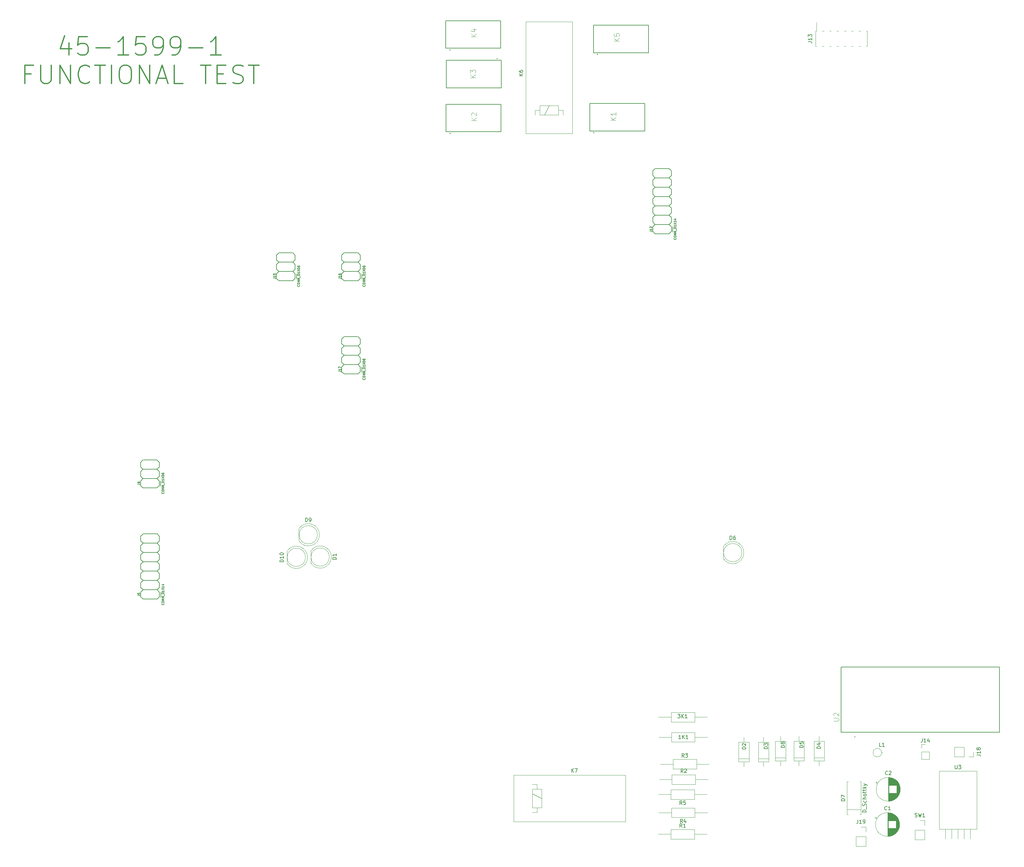
<source format=gbr>
G04 #@! TF.FileFunction,Legend,Top*
%FSLAX46Y46*%
G04 Gerber Fmt 4.6, Leading zero omitted, Abs format (unit mm)*
G04 Created by KiCad (PCBNEW 4.0.6) date 02/28/20 07:27:54*
%MOMM*%
%LPD*%
G01*
G04 APERTURE LIST*
%ADD10C,0.100000*%
%ADD11C,0.300000*%
%ADD12C,0.203200*%
%ADD13C,0.150000*%
%ADD14C,0.120000*%
%ADD15C,0.127000*%
%ADD16C,0.200000*%
%ADD17C,0.015000*%
G04 APERTURE END LIST*
D10*
D11*
X245652190Y-92767771D02*
X245652190Y-96101105D01*
X244461714Y-90863010D02*
X243271238Y-94434438D01*
X246366476Y-94434438D01*
X250652191Y-91101105D02*
X248271238Y-91101105D01*
X248033143Y-93482057D01*
X248271238Y-93243962D01*
X248747429Y-93005867D01*
X249937905Y-93005867D01*
X250414095Y-93243962D01*
X250652191Y-93482057D01*
X250890286Y-93958248D01*
X250890286Y-95148724D01*
X250652191Y-95624914D01*
X250414095Y-95863010D01*
X249937905Y-96101105D01*
X248747429Y-96101105D01*
X248271238Y-95863010D01*
X248033143Y-95624914D01*
X253033143Y-94196343D02*
X256842667Y-94196343D01*
X261842667Y-96101105D02*
X258985524Y-96101105D01*
X260414095Y-96101105D02*
X260414095Y-91101105D01*
X259937905Y-91815390D01*
X259461714Y-92291581D01*
X258985524Y-92529676D01*
X266366477Y-91101105D02*
X263985524Y-91101105D01*
X263747429Y-93482057D01*
X263985524Y-93243962D01*
X264461715Y-93005867D01*
X265652191Y-93005867D01*
X266128381Y-93243962D01*
X266366477Y-93482057D01*
X266604572Y-93958248D01*
X266604572Y-95148724D01*
X266366477Y-95624914D01*
X266128381Y-95863010D01*
X265652191Y-96101105D01*
X264461715Y-96101105D01*
X263985524Y-95863010D01*
X263747429Y-95624914D01*
X268985524Y-96101105D02*
X269937905Y-96101105D01*
X270414096Y-95863010D01*
X270652191Y-95624914D01*
X271128382Y-94910629D01*
X271366477Y-93958248D01*
X271366477Y-92053486D01*
X271128382Y-91577295D01*
X270890286Y-91339200D01*
X270414096Y-91101105D01*
X269461715Y-91101105D01*
X268985524Y-91339200D01*
X268747429Y-91577295D01*
X268509334Y-92053486D01*
X268509334Y-93243962D01*
X268747429Y-93720152D01*
X268985524Y-93958248D01*
X269461715Y-94196343D01*
X270414096Y-94196343D01*
X270890286Y-93958248D01*
X271128382Y-93720152D01*
X271366477Y-93243962D01*
X273747429Y-96101105D02*
X274699810Y-96101105D01*
X275176001Y-95863010D01*
X275414096Y-95624914D01*
X275890287Y-94910629D01*
X276128382Y-93958248D01*
X276128382Y-92053486D01*
X275890287Y-91577295D01*
X275652191Y-91339200D01*
X275176001Y-91101105D01*
X274223620Y-91101105D01*
X273747429Y-91339200D01*
X273509334Y-91577295D01*
X273271239Y-92053486D01*
X273271239Y-93243962D01*
X273509334Y-93720152D01*
X273747429Y-93958248D01*
X274223620Y-94196343D01*
X275176001Y-94196343D01*
X275652191Y-93958248D01*
X275890287Y-93720152D01*
X276128382Y-93243962D01*
X278271239Y-94196343D02*
X282080763Y-94196343D01*
X287080763Y-96101105D02*
X284223620Y-96101105D01*
X285652191Y-96101105D02*
X285652191Y-91101105D01*
X285176001Y-91815390D01*
X284699810Y-92291581D01*
X284223620Y-92529676D01*
X235295048Y-101282057D02*
X233628381Y-101282057D01*
X233628381Y-103901105D02*
X233628381Y-98901105D01*
X236009334Y-98901105D01*
X237914095Y-98901105D02*
X237914095Y-102948724D01*
X238152190Y-103424914D01*
X238390286Y-103663010D01*
X238866476Y-103901105D01*
X239818857Y-103901105D01*
X240295048Y-103663010D01*
X240533143Y-103424914D01*
X240771238Y-102948724D01*
X240771238Y-98901105D01*
X243152190Y-103901105D02*
X243152190Y-98901105D01*
X246009333Y-103901105D01*
X246009333Y-98901105D01*
X251247428Y-103424914D02*
X251009333Y-103663010D01*
X250295047Y-103901105D01*
X249818857Y-103901105D01*
X249104571Y-103663010D01*
X248628380Y-103186819D01*
X248390285Y-102710629D01*
X248152190Y-101758248D01*
X248152190Y-101043962D01*
X248390285Y-100091581D01*
X248628380Y-99615390D01*
X249104571Y-99139200D01*
X249818857Y-98901105D01*
X250295047Y-98901105D01*
X251009333Y-99139200D01*
X251247428Y-99377295D01*
X252675999Y-98901105D02*
X255533142Y-98901105D01*
X254104571Y-103901105D02*
X254104571Y-98901105D01*
X257199809Y-103901105D02*
X257199809Y-98901105D01*
X260533142Y-98901105D02*
X261485523Y-98901105D01*
X261961714Y-99139200D01*
X262437904Y-99615390D01*
X262675999Y-100567771D01*
X262675999Y-102234438D01*
X262437904Y-103186819D01*
X261961714Y-103663010D01*
X261485523Y-103901105D01*
X260533142Y-103901105D01*
X260056952Y-103663010D01*
X259580761Y-103186819D01*
X259342666Y-102234438D01*
X259342666Y-100567771D01*
X259580761Y-99615390D01*
X260056952Y-99139200D01*
X260533142Y-98901105D01*
X264818856Y-103901105D02*
X264818856Y-98901105D01*
X267675999Y-103901105D01*
X267675999Y-98901105D01*
X269818856Y-102472533D02*
X272199808Y-102472533D01*
X269342665Y-103901105D02*
X271009332Y-98901105D01*
X272675999Y-103901105D01*
X276723618Y-103901105D02*
X274342665Y-103901105D01*
X274342665Y-98901105D01*
X281485522Y-98901105D02*
X284342665Y-98901105D01*
X282914094Y-103901105D02*
X282914094Y-98901105D01*
X286009332Y-101282057D02*
X287675999Y-101282057D01*
X288390285Y-103901105D02*
X286009332Y-103901105D01*
X286009332Y-98901105D01*
X288390285Y-98901105D01*
X290295047Y-103663010D02*
X291009333Y-103901105D01*
X292199809Y-103901105D01*
X292675999Y-103663010D01*
X292914095Y-103424914D01*
X293152190Y-102948724D01*
X293152190Y-102472533D01*
X292914095Y-101996343D01*
X292675999Y-101758248D01*
X292199809Y-101520152D01*
X291247428Y-101282057D01*
X290771237Y-101043962D01*
X290533142Y-100805867D01*
X290295047Y-100329676D01*
X290295047Y-99853486D01*
X290533142Y-99377295D01*
X290771237Y-99139200D01*
X291247428Y-98901105D01*
X292437904Y-98901105D01*
X293152190Y-99139200D01*
X294580761Y-98901105D02*
X297437904Y-98901105D01*
X296009333Y-103901105D02*
X296009333Y-98901105D01*
D12*
X270270000Y-242565000D02*
X269635000Y-241930000D01*
X269635000Y-241930000D02*
X270270000Y-241295000D01*
X270270000Y-240025000D02*
X269635000Y-239390000D01*
X269635000Y-239390000D02*
X270270000Y-238755000D01*
X270270000Y-237485000D02*
X269635000Y-236850000D01*
X269635000Y-236850000D02*
X270270000Y-236215000D01*
X270270000Y-234945000D02*
X269635000Y-234310000D01*
X269635000Y-234310000D02*
X270270000Y-233675000D01*
X270270000Y-232405000D02*
X269635000Y-231770000D01*
X269635000Y-231770000D02*
X270270000Y-231135000D01*
X270270000Y-229865000D02*
X269635000Y-229230000D01*
X265190000Y-243835000D02*
X265190000Y-242565000D01*
X265190000Y-242565000D02*
X265825000Y-241930000D01*
X265825000Y-241930000D02*
X265190000Y-241295000D01*
X265190000Y-241295000D02*
X265190000Y-240025000D01*
X265190000Y-240025000D02*
X265825000Y-239390000D01*
X265825000Y-239390000D02*
X265190000Y-238755000D01*
X265190000Y-238755000D02*
X265190000Y-237485000D01*
X265190000Y-237485000D02*
X265825000Y-236850000D01*
X265825000Y-236850000D02*
X265190000Y-236215000D01*
X265190000Y-236215000D02*
X265190000Y-234945000D01*
X265190000Y-234945000D02*
X265825000Y-234310000D01*
X265825000Y-234310000D02*
X265190000Y-233675000D01*
X265190000Y-233675000D02*
X265190000Y-232405000D01*
X265190000Y-232405000D02*
X265825000Y-231770000D01*
X265825000Y-231770000D02*
X265190000Y-231135000D01*
X265190000Y-231135000D02*
X265190000Y-229865000D01*
X265190000Y-229865000D02*
X265825000Y-229230000D01*
X265825000Y-229230000D02*
X265190000Y-228595000D01*
X265190000Y-228595000D02*
X265190000Y-227325000D01*
X265190000Y-227325000D02*
X265825000Y-226690000D01*
X269635000Y-226690000D02*
X270270000Y-227325000D01*
X269635000Y-229230000D02*
X270270000Y-228595000D01*
X265825000Y-241930000D02*
X269635000Y-241930000D01*
X265825000Y-239390000D02*
X269635000Y-239390000D01*
X265825000Y-236850000D02*
X269635000Y-236850000D01*
X265825000Y-234310000D02*
X269635000Y-234310000D01*
X265825000Y-231770000D02*
X269635000Y-231770000D01*
X265825000Y-229230000D02*
X269635000Y-229230000D01*
X265825000Y-226690000D02*
X269635000Y-226690000D01*
X270270000Y-228595000D02*
X270270000Y-227325000D01*
X270270000Y-231135000D02*
X270270000Y-229865000D01*
X270270000Y-233675000D02*
X270270000Y-232405000D01*
X270270000Y-236215000D02*
X270270000Y-234945000D01*
X270270000Y-238755000D02*
X270270000Y-237485000D01*
X270270000Y-241295000D02*
X270270000Y-240025000D01*
X270270000Y-243835000D02*
X270270000Y-242565000D01*
X269635000Y-244470000D02*
X270270000Y-243835000D01*
X269635000Y-244470000D02*
X265825000Y-244470000D01*
X265825000Y-244470000D02*
X265190000Y-243835000D01*
X270651000Y-243962000D02*
X270651000Y-242565000D01*
X270651000Y-242565000D02*
X270651000Y-243962000D01*
X409870000Y-142965000D02*
X409235000Y-142330000D01*
X409235000Y-142330000D02*
X409870000Y-141695000D01*
X409870000Y-140425000D02*
X409235000Y-139790000D01*
X409235000Y-139790000D02*
X409870000Y-139155000D01*
X409870000Y-137885000D02*
X409235000Y-137250000D01*
X409235000Y-137250000D02*
X409870000Y-136615000D01*
X409870000Y-135345000D02*
X409235000Y-134710000D01*
X409235000Y-134710000D02*
X409870000Y-134075000D01*
X409870000Y-132805000D02*
X409235000Y-132170000D01*
X409235000Y-132170000D02*
X409870000Y-131535000D01*
X409870000Y-130265000D02*
X409235000Y-129630000D01*
X404790000Y-144235000D02*
X404790000Y-142965000D01*
X404790000Y-142965000D02*
X405425000Y-142330000D01*
X405425000Y-142330000D02*
X404790000Y-141695000D01*
X404790000Y-141695000D02*
X404790000Y-140425000D01*
X404790000Y-140425000D02*
X405425000Y-139790000D01*
X405425000Y-139790000D02*
X404790000Y-139155000D01*
X404790000Y-139155000D02*
X404790000Y-137885000D01*
X404790000Y-137885000D02*
X405425000Y-137250000D01*
X405425000Y-137250000D02*
X404790000Y-136615000D01*
X404790000Y-136615000D02*
X404790000Y-135345000D01*
X404790000Y-135345000D02*
X405425000Y-134710000D01*
X405425000Y-134710000D02*
X404790000Y-134075000D01*
X404790000Y-134075000D02*
X404790000Y-132805000D01*
X404790000Y-132805000D02*
X405425000Y-132170000D01*
X405425000Y-132170000D02*
X404790000Y-131535000D01*
X404790000Y-131535000D02*
X404790000Y-130265000D01*
X404790000Y-130265000D02*
X405425000Y-129630000D01*
X405425000Y-129630000D02*
X404790000Y-128995000D01*
X404790000Y-128995000D02*
X404790000Y-127725000D01*
X404790000Y-127725000D02*
X405425000Y-127090000D01*
X409235000Y-127090000D02*
X409870000Y-127725000D01*
X409235000Y-129630000D02*
X409870000Y-128995000D01*
X405425000Y-142330000D02*
X409235000Y-142330000D01*
X405425000Y-139790000D02*
X409235000Y-139790000D01*
X405425000Y-137250000D02*
X409235000Y-137250000D01*
X405425000Y-134710000D02*
X409235000Y-134710000D01*
X405425000Y-132170000D02*
X409235000Y-132170000D01*
X405425000Y-129630000D02*
X409235000Y-129630000D01*
X405425000Y-127090000D02*
X409235000Y-127090000D01*
X409870000Y-128995000D02*
X409870000Y-127725000D01*
X409870000Y-131535000D02*
X409870000Y-130265000D01*
X409870000Y-134075000D02*
X409870000Y-132805000D01*
X409870000Y-136615000D02*
X409870000Y-135345000D01*
X409870000Y-139155000D02*
X409870000Y-137885000D01*
X409870000Y-141695000D02*
X409870000Y-140425000D01*
X409870000Y-144235000D02*
X409870000Y-142965000D01*
X409235000Y-144870000D02*
X409870000Y-144235000D01*
X409235000Y-144870000D02*
X405425000Y-144870000D01*
X405425000Y-144870000D02*
X404790000Y-144235000D01*
X410251000Y-144362000D02*
X410251000Y-142965000D01*
X410251000Y-142965000D02*
X410251000Y-144362000D01*
D13*
X320752000Y-150050000D02*
X324308000Y-150050000D01*
D12*
X325070000Y-155765000D02*
X324435000Y-155130000D01*
X324435000Y-155130000D02*
X325070000Y-154495000D01*
X325070000Y-153225000D02*
X324435000Y-152590000D01*
X324435000Y-152590000D02*
X325070000Y-151955000D01*
X325070000Y-150685000D02*
X324435000Y-150050000D01*
X319990000Y-157035000D02*
X319990000Y-155765000D01*
X319990000Y-155765000D02*
X320625000Y-155130000D01*
X320625000Y-155130000D02*
X319990000Y-154495000D01*
X319990000Y-154495000D02*
X319990000Y-153225000D01*
X319990000Y-153225000D02*
X320625000Y-152590000D01*
X320625000Y-152590000D02*
X319990000Y-151955000D01*
X319990000Y-151955000D02*
X319990000Y-150685000D01*
X319990000Y-150685000D02*
X320625000Y-150050000D01*
X320625000Y-155130000D02*
X324435000Y-155130000D01*
X320625000Y-152590000D02*
X324435000Y-152590000D01*
X325070000Y-151955000D02*
X325070000Y-150685000D01*
X325070000Y-154495000D02*
X325070000Y-153225000D01*
X325070000Y-157035000D02*
X325070000Y-155765000D01*
X324435000Y-157670000D02*
X325070000Y-157035000D01*
X324435000Y-157670000D02*
X320625000Y-157670000D01*
X320625000Y-157670000D02*
X319990000Y-157035000D01*
X325451000Y-157162000D02*
X325451000Y-155765000D01*
X325451000Y-155765000D02*
X325451000Y-157162000D01*
D13*
X302952000Y-150050000D02*
X306508000Y-150050000D01*
D12*
X307270000Y-155765000D02*
X306635000Y-155130000D01*
X306635000Y-155130000D02*
X307270000Y-154495000D01*
X307270000Y-153225000D02*
X306635000Y-152590000D01*
X306635000Y-152590000D02*
X307270000Y-151955000D01*
X307270000Y-150685000D02*
X306635000Y-150050000D01*
X302190000Y-157035000D02*
X302190000Y-155765000D01*
X302190000Y-155765000D02*
X302825000Y-155130000D01*
X302825000Y-155130000D02*
X302190000Y-154495000D01*
X302190000Y-154495000D02*
X302190000Y-153225000D01*
X302190000Y-153225000D02*
X302825000Y-152590000D01*
X302825000Y-152590000D02*
X302190000Y-151955000D01*
X302190000Y-151955000D02*
X302190000Y-150685000D01*
X302190000Y-150685000D02*
X302825000Y-150050000D01*
X302825000Y-155130000D02*
X306635000Y-155130000D01*
X302825000Y-152590000D02*
X306635000Y-152590000D01*
X307270000Y-151955000D02*
X307270000Y-150685000D01*
X307270000Y-154495000D02*
X307270000Y-153225000D01*
X307270000Y-157035000D02*
X307270000Y-155765000D01*
X306635000Y-157670000D02*
X307270000Y-157035000D01*
X306635000Y-157670000D02*
X302825000Y-157670000D01*
X302825000Y-157670000D02*
X302190000Y-157035000D01*
X307651000Y-157162000D02*
X307651000Y-155765000D01*
X307651000Y-155765000D02*
X307651000Y-157162000D01*
D13*
X320752000Y-172910000D02*
X324308000Y-172910000D01*
D12*
X325070000Y-181165000D02*
X324435000Y-180530000D01*
X324435000Y-180530000D02*
X325070000Y-179895000D01*
X325070000Y-178625000D02*
X324435000Y-177990000D01*
X324435000Y-177990000D02*
X325070000Y-177355000D01*
X325070000Y-176085000D02*
X324435000Y-175450000D01*
X324435000Y-175450000D02*
X325070000Y-174815000D01*
X325070000Y-173545000D02*
X324435000Y-172910000D01*
X319990000Y-182435000D02*
X319990000Y-181165000D01*
X319990000Y-181165000D02*
X320625000Y-180530000D01*
X320625000Y-180530000D02*
X319990000Y-179895000D01*
X319990000Y-179895000D02*
X319990000Y-178625000D01*
X319990000Y-178625000D02*
X320625000Y-177990000D01*
X320625000Y-177990000D02*
X319990000Y-177355000D01*
X319990000Y-177355000D02*
X319990000Y-176085000D01*
X319990000Y-176085000D02*
X320625000Y-175450000D01*
X320625000Y-175450000D02*
X319990000Y-174815000D01*
X319990000Y-174815000D02*
X319990000Y-173545000D01*
X319990000Y-173545000D02*
X320625000Y-172910000D01*
X320625000Y-180530000D02*
X324435000Y-180530000D01*
X320625000Y-177990000D02*
X324435000Y-177990000D01*
X320625000Y-175450000D02*
X324435000Y-175450000D01*
X325070000Y-174815000D02*
X325070000Y-173545000D01*
X325070000Y-177355000D02*
X325070000Y-176085000D01*
X325070000Y-179895000D02*
X325070000Y-178625000D01*
X325070000Y-182435000D02*
X325070000Y-181165000D01*
X324435000Y-183070000D02*
X325070000Y-182435000D01*
X324435000Y-183070000D02*
X320625000Y-183070000D01*
X320625000Y-183070000D02*
X319990000Y-182435000D01*
X325451000Y-182562000D02*
X325451000Y-181165000D01*
X325451000Y-181165000D02*
X325451000Y-182562000D01*
D14*
X472058000Y-305918000D02*
G75*
G03X472058000Y-305918000I-3270000J0D01*
G01*
X468788000Y-302688000D02*
X468788000Y-309148000D01*
X468828000Y-302688000D02*
X468828000Y-309148000D01*
X468868000Y-302688000D02*
X468868000Y-309148000D01*
X468908000Y-302690000D02*
X468908000Y-309146000D01*
X468948000Y-302691000D02*
X468948000Y-309145000D01*
X468988000Y-302694000D02*
X468988000Y-309142000D01*
X469028000Y-302696000D02*
X469028000Y-304878000D01*
X469028000Y-306958000D02*
X469028000Y-309140000D01*
X469068000Y-302700000D02*
X469068000Y-304878000D01*
X469068000Y-306958000D02*
X469068000Y-309136000D01*
X469108000Y-302703000D02*
X469108000Y-304878000D01*
X469108000Y-306958000D02*
X469108000Y-309133000D01*
X469148000Y-302707000D02*
X469148000Y-304878000D01*
X469148000Y-306958000D02*
X469148000Y-309129000D01*
X469188000Y-302712000D02*
X469188000Y-304878000D01*
X469188000Y-306958000D02*
X469188000Y-309124000D01*
X469228000Y-302717000D02*
X469228000Y-304878000D01*
X469228000Y-306958000D02*
X469228000Y-309119000D01*
X469268000Y-302723000D02*
X469268000Y-304878000D01*
X469268000Y-306958000D02*
X469268000Y-309113000D01*
X469308000Y-302729000D02*
X469308000Y-304878000D01*
X469308000Y-306958000D02*
X469308000Y-309107000D01*
X469348000Y-302736000D02*
X469348000Y-304878000D01*
X469348000Y-306958000D02*
X469348000Y-309100000D01*
X469388000Y-302743000D02*
X469388000Y-304878000D01*
X469388000Y-306958000D02*
X469388000Y-309093000D01*
X469428000Y-302751000D02*
X469428000Y-304878000D01*
X469428000Y-306958000D02*
X469428000Y-309085000D01*
X469468000Y-302759000D02*
X469468000Y-304878000D01*
X469468000Y-306958000D02*
X469468000Y-309077000D01*
X469509000Y-302768000D02*
X469509000Y-304878000D01*
X469509000Y-306958000D02*
X469509000Y-309068000D01*
X469549000Y-302777000D02*
X469549000Y-304878000D01*
X469549000Y-306958000D02*
X469549000Y-309059000D01*
X469589000Y-302787000D02*
X469589000Y-304878000D01*
X469589000Y-306958000D02*
X469589000Y-309049000D01*
X469629000Y-302797000D02*
X469629000Y-304878000D01*
X469629000Y-306958000D02*
X469629000Y-309039000D01*
X469669000Y-302808000D02*
X469669000Y-304878000D01*
X469669000Y-306958000D02*
X469669000Y-309028000D01*
X469709000Y-302820000D02*
X469709000Y-304878000D01*
X469709000Y-306958000D02*
X469709000Y-309016000D01*
X469749000Y-302832000D02*
X469749000Y-304878000D01*
X469749000Y-306958000D02*
X469749000Y-309004000D01*
X469789000Y-302844000D02*
X469789000Y-304878000D01*
X469789000Y-306958000D02*
X469789000Y-308992000D01*
X469829000Y-302857000D02*
X469829000Y-304878000D01*
X469829000Y-306958000D02*
X469829000Y-308979000D01*
X469869000Y-302871000D02*
X469869000Y-304878000D01*
X469869000Y-306958000D02*
X469869000Y-308965000D01*
X469909000Y-302885000D02*
X469909000Y-304878000D01*
X469909000Y-306958000D02*
X469909000Y-308951000D01*
X469949000Y-302900000D02*
X469949000Y-304878000D01*
X469949000Y-306958000D02*
X469949000Y-308936000D01*
X469989000Y-302916000D02*
X469989000Y-304878000D01*
X469989000Y-306958000D02*
X469989000Y-308920000D01*
X470029000Y-302932000D02*
X470029000Y-304878000D01*
X470029000Y-306958000D02*
X470029000Y-308904000D01*
X470069000Y-302948000D02*
X470069000Y-304878000D01*
X470069000Y-306958000D02*
X470069000Y-308888000D01*
X470109000Y-302966000D02*
X470109000Y-304878000D01*
X470109000Y-306958000D02*
X470109000Y-308870000D01*
X470149000Y-302984000D02*
X470149000Y-304878000D01*
X470149000Y-306958000D02*
X470149000Y-308852000D01*
X470189000Y-303002000D02*
X470189000Y-304878000D01*
X470189000Y-306958000D02*
X470189000Y-308834000D01*
X470229000Y-303022000D02*
X470229000Y-304878000D01*
X470229000Y-306958000D02*
X470229000Y-308814000D01*
X470269000Y-303042000D02*
X470269000Y-304878000D01*
X470269000Y-306958000D02*
X470269000Y-308794000D01*
X470309000Y-303062000D02*
X470309000Y-304878000D01*
X470309000Y-306958000D02*
X470309000Y-308774000D01*
X470349000Y-303084000D02*
X470349000Y-304878000D01*
X470349000Y-306958000D02*
X470349000Y-308752000D01*
X470389000Y-303106000D02*
X470389000Y-304878000D01*
X470389000Y-306958000D02*
X470389000Y-308730000D01*
X470429000Y-303128000D02*
X470429000Y-304878000D01*
X470429000Y-306958000D02*
X470429000Y-308708000D01*
X470469000Y-303152000D02*
X470469000Y-304878000D01*
X470469000Y-306958000D02*
X470469000Y-308684000D01*
X470509000Y-303176000D02*
X470509000Y-304878000D01*
X470509000Y-306958000D02*
X470509000Y-308660000D01*
X470549000Y-303202000D02*
X470549000Y-304878000D01*
X470549000Y-306958000D02*
X470549000Y-308634000D01*
X470589000Y-303228000D02*
X470589000Y-304878000D01*
X470589000Y-306958000D02*
X470589000Y-308608000D01*
X470629000Y-303254000D02*
X470629000Y-304878000D01*
X470629000Y-306958000D02*
X470629000Y-308582000D01*
X470669000Y-303282000D02*
X470669000Y-304878000D01*
X470669000Y-306958000D02*
X470669000Y-308554000D01*
X470709000Y-303311000D02*
X470709000Y-304878000D01*
X470709000Y-306958000D02*
X470709000Y-308525000D01*
X470749000Y-303340000D02*
X470749000Y-304878000D01*
X470749000Y-306958000D02*
X470749000Y-308496000D01*
X470789000Y-303370000D02*
X470789000Y-304878000D01*
X470789000Y-306958000D02*
X470789000Y-308466000D01*
X470829000Y-303402000D02*
X470829000Y-304878000D01*
X470829000Y-306958000D02*
X470829000Y-308434000D01*
X470869000Y-303434000D02*
X470869000Y-304878000D01*
X470869000Y-306958000D02*
X470869000Y-308402000D01*
X470909000Y-303468000D02*
X470909000Y-304878000D01*
X470909000Y-306958000D02*
X470909000Y-308368000D01*
X470949000Y-303502000D02*
X470949000Y-304878000D01*
X470949000Y-306958000D02*
X470949000Y-308334000D01*
X470989000Y-303538000D02*
X470989000Y-304878000D01*
X470989000Y-306958000D02*
X470989000Y-308298000D01*
X471029000Y-303575000D02*
X471029000Y-304878000D01*
X471029000Y-306958000D02*
X471029000Y-308261000D01*
X471069000Y-303613000D02*
X471069000Y-304878000D01*
X471069000Y-306958000D02*
X471069000Y-308223000D01*
X471109000Y-303653000D02*
X471109000Y-308183000D01*
X471149000Y-303694000D02*
X471149000Y-308142000D01*
X471189000Y-303736000D02*
X471189000Y-308100000D01*
X471229000Y-303781000D02*
X471229000Y-308055000D01*
X471269000Y-303826000D02*
X471269000Y-308010000D01*
X471309000Y-303874000D02*
X471309000Y-307962000D01*
X471349000Y-303923000D02*
X471349000Y-307913000D01*
X471389000Y-303974000D02*
X471389000Y-307862000D01*
X471429000Y-304028000D02*
X471429000Y-307808000D01*
X471469000Y-304084000D02*
X471469000Y-307752000D01*
X471509000Y-304142000D02*
X471509000Y-307694000D01*
X471549000Y-304204000D02*
X471549000Y-307632000D01*
X471589000Y-304268000D02*
X471589000Y-307568000D01*
X471629000Y-304337000D02*
X471629000Y-307499000D01*
X471669000Y-304409000D02*
X471669000Y-307427000D01*
X471709000Y-304486000D02*
X471709000Y-307350000D01*
X471749000Y-304568000D02*
X471749000Y-307268000D01*
X471789000Y-304656000D02*
X471789000Y-307180000D01*
X471829000Y-304753000D02*
X471829000Y-307083000D01*
X471869000Y-304859000D02*
X471869000Y-306977000D01*
X471909000Y-304978000D02*
X471909000Y-306858000D01*
X471949000Y-305116000D02*
X471949000Y-306720000D01*
X471989000Y-305285000D02*
X471989000Y-306551000D01*
X472029000Y-305516000D02*
X472029000Y-306320000D01*
X465287759Y-304079000D02*
X465917759Y-304079000D01*
X465602759Y-303764000D02*
X465602759Y-304394000D01*
X472236000Y-296316000D02*
G75*
G03X472236000Y-296316000I-3270000J0D01*
G01*
X468966000Y-293086000D02*
X468966000Y-299546000D01*
X469006000Y-293086000D02*
X469006000Y-299546000D01*
X469046000Y-293086000D02*
X469046000Y-299546000D01*
X469086000Y-293088000D02*
X469086000Y-299544000D01*
X469126000Y-293089000D02*
X469126000Y-299543000D01*
X469166000Y-293092000D02*
X469166000Y-299540000D01*
X469206000Y-293094000D02*
X469206000Y-295276000D01*
X469206000Y-297356000D02*
X469206000Y-299538000D01*
X469246000Y-293098000D02*
X469246000Y-295276000D01*
X469246000Y-297356000D02*
X469246000Y-299534000D01*
X469286000Y-293101000D02*
X469286000Y-295276000D01*
X469286000Y-297356000D02*
X469286000Y-299531000D01*
X469326000Y-293105000D02*
X469326000Y-295276000D01*
X469326000Y-297356000D02*
X469326000Y-299527000D01*
X469366000Y-293110000D02*
X469366000Y-295276000D01*
X469366000Y-297356000D02*
X469366000Y-299522000D01*
X469406000Y-293115000D02*
X469406000Y-295276000D01*
X469406000Y-297356000D02*
X469406000Y-299517000D01*
X469446000Y-293121000D02*
X469446000Y-295276000D01*
X469446000Y-297356000D02*
X469446000Y-299511000D01*
X469486000Y-293127000D02*
X469486000Y-295276000D01*
X469486000Y-297356000D02*
X469486000Y-299505000D01*
X469526000Y-293134000D02*
X469526000Y-295276000D01*
X469526000Y-297356000D02*
X469526000Y-299498000D01*
X469566000Y-293141000D02*
X469566000Y-295276000D01*
X469566000Y-297356000D02*
X469566000Y-299491000D01*
X469606000Y-293149000D02*
X469606000Y-295276000D01*
X469606000Y-297356000D02*
X469606000Y-299483000D01*
X469646000Y-293157000D02*
X469646000Y-295276000D01*
X469646000Y-297356000D02*
X469646000Y-299475000D01*
X469687000Y-293166000D02*
X469687000Y-295276000D01*
X469687000Y-297356000D02*
X469687000Y-299466000D01*
X469727000Y-293175000D02*
X469727000Y-295276000D01*
X469727000Y-297356000D02*
X469727000Y-299457000D01*
X469767000Y-293185000D02*
X469767000Y-295276000D01*
X469767000Y-297356000D02*
X469767000Y-299447000D01*
X469807000Y-293195000D02*
X469807000Y-295276000D01*
X469807000Y-297356000D02*
X469807000Y-299437000D01*
X469847000Y-293206000D02*
X469847000Y-295276000D01*
X469847000Y-297356000D02*
X469847000Y-299426000D01*
X469887000Y-293218000D02*
X469887000Y-295276000D01*
X469887000Y-297356000D02*
X469887000Y-299414000D01*
X469927000Y-293230000D02*
X469927000Y-295276000D01*
X469927000Y-297356000D02*
X469927000Y-299402000D01*
X469967000Y-293242000D02*
X469967000Y-295276000D01*
X469967000Y-297356000D02*
X469967000Y-299390000D01*
X470007000Y-293255000D02*
X470007000Y-295276000D01*
X470007000Y-297356000D02*
X470007000Y-299377000D01*
X470047000Y-293269000D02*
X470047000Y-295276000D01*
X470047000Y-297356000D02*
X470047000Y-299363000D01*
X470087000Y-293283000D02*
X470087000Y-295276000D01*
X470087000Y-297356000D02*
X470087000Y-299349000D01*
X470127000Y-293298000D02*
X470127000Y-295276000D01*
X470127000Y-297356000D02*
X470127000Y-299334000D01*
X470167000Y-293314000D02*
X470167000Y-295276000D01*
X470167000Y-297356000D02*
X470167000Y-299318000D01*
X470207000Y-293330000D02*
X470207000Y-295276000D01*
X470207000Y-297356000D02*
X470207000Y-299302000D01*
X470247000Y-293346000D02*
X470247000Y-295276000D01*
X470247000Y-297356000D02*
X470247000Y-299286000D01*
X470287000Y-293364000D02*
X470287000Y-295276000D01*
X470287000Y-297356000D02*
X470287000Y-299268000D01*
X470327000Y-293382000D02*
X470327000Y-295276000D01*
X470327000Y-297356000D02*
X470327000Y-299250000D01*
X470367000Y-293400000D02*
X470367000Y-295276000D01*
X470367000Y-297356000D02*
X470367000Y-299232000D01*
X470407000Y-293420000D02*
X470407000Y-295276000D01*
X470407000Y-297356000D02*
X470407000Y-299212000D01*
X470447000Y-293440000D02*
X470447000Y-295276000D01*
X470447000Y-297356000D02*
X470447000Y-299192000D01*
X470487000Y-293460000D02*
X470487000Y-295276000D01*
X470487000Y-297356000D02*
X470487000Y-299172000D01*
X470527000Y-293482000D02*
X470527000Y-295276000D01*
X470527000Y-297356000D02*
X470527000Y-299150000D01*
X470567000Y-293504000D02*
X470567000Y-295276000D01*
X470567000Y-297356000D02*
X470567000Y-299128000D01*
X470607000Y-293526000D02*
X470607000Y-295276000D01*
X470607000Y-297356000D02*
X470607000Y-299106000D01*
X470647000Y-293550000D02*
X470647000Y-295276000D01*
X470647000Y-297356000D02*
X470647000Y-299082000D01*
X470687000Y-293574000D02*
X470687000Y-295276000D01*
X470687000Y-297356000D02*
X470687000Y-299058000D01*
X470727000Y-293600000D02*
X470727000Y-295276000D01*
X470727000Y-297356000D02*
X470727000Y-299032000D01*
X470767000Y-293626000D02*
X470767000Y-295276000D01*
X470767000Y-297356000D02*
X470767000Y-299006000D01*
X470807000Y-293652000D02*
X470807000Y-295276000D01*
X470807000Y-297356000D02*
X470807000Y-298980000D01*
X470847000Y-293680000D02*
X470847000Y-295276000D01*
X470847000Y-297356000D02*
X470847000Y-298952000D01*
X470887000Y-293709000D02*
X470887000Y-295276000D01*
X470887000Y-297356000D02*
X470887000Y-298923000D01*
X470927000Y-293738000D02*
X470927000Y-295276000D01*
X470927000Y-297356000D02*
X470927000Y-298894000D01*
X470967000Y-293768000D02*
X470967000Y-295276000D01*
X470967000Y-297356000D02*
X470967000Y-298864000D01*
X471007000Y-293800000D02*
X471007000Y-295276000D01*
X471007000Y-297356000D02*
X471007000Y-298832000D01*
X471047000Y-293832000D02*
X471047000Y-295276000D01*
X471047000Y-297356000D02*
X471047000Y-298800000D01*
X471087000Y-293866000D02*
X471087000Y-295276000D01*
X471087000Y-297356000D02*
X471087000Y-298766000D01*
X471127000Y-293900000D02*
X471127000Y-295276000D01*
X471127000Y-297356000D02*
X471127000Y-298732000D01*
X471167000Y-293936000D02*
X471167000Y-295276000D01*
X471167000Y-297356000D02*
X471167000Y-298696000D01*
X471207000Y-293973000D02*
X471207000Y-295276000D01*
X471207000Y-297356000D02*
X471207000Y-298659000D01*
X471247000Y-294011000D02*
X471247000Y-295276000D01*
X471247000Y-297356000D02*
X471247000Y-298621000D01*
X471287000Y-294051000D02*
X471287000Y-298581000D01*
X471327000Y-294092000D02*
X471327000Y-298540000D01*
X471367000Y-294134000D02*
X471367000Y-298498000D01*
X471407000Y-294179000D02*
X471407000Y-298453000D01*
X471447000Y-294224000D02*
X471447000Y-298408000D01*
X471487000Y-294272000D02*
X471487000Y-298360000D01*
X471527000Y-294321000D02*
X471527000Y-298311000D01*
X471567000Y-294372000D02*
X471567000Y-298260000D01*
X471607000Y-294426000D02*
X471607000Y-298206000D01*
X471647000Y-294482000D02*
X471647000Y-298150000D01*
X471687000Y-294540000D02*
X471687000Y-298092000D01*
X471727000Y-294602000D02*
X471727000Y-298030000D01*
X471767000Y-294666000D02*
X471767000Y-297966000D01*
X471807000Y-294735000D02*
X471807000Y-297897000D01*
X471847000Y-294807000D02*
X471847000Y-297825000D01*
X471887000Y-294884000D02*
X471887000Y-297748000D01*
X471927000Y-294966000D02*
X471927000Y-297666000D01*
X471967000Y-295054000D02*
X471967000Y-297578000D01*
X472007000Y-295151000D02*
X472007000Y-297481000D01*
X472047000Y-295257000D02*
X472047000Y-297375000D01*
X472087000Y-295376000D02*
X472087000Y-297256000D01*
X472127000Y-295514000D02*
X472127000Y-297118000D01*
X472167000Y-295683000D02*
X472167000Y-296949000D01*
X472207000Y-295914000D02*
X472207000Y-296718000D01*
X465465759Y-294477000D02*
X466095759Y-294477000D01*
X465780759Y-294162000D02*
X465780759Y-294792000D01*
X317161999Y-232996958D02*
G75*
G03X311562000Y-231355488I-3039999J1958D01*
G01*
X317161999Y-232993042D02*
G75*
G02X311562000Y-234634512I-3039999J-1958D01*
G01*
X316622000Y-232995000D02*
G75*
G03X316622000Y-232995000I-2500000J0D01*
G01*
X311562000Y-231355000D02*
X311562000Y-234635000D01*
X428206000Y-288816000D02*
X431026000Y-288816000D01*
X431026000Y-288816000D02*
X431026000Y-283496000D01*
X431026000Y-283496000D02*
X428206000Y-283496000D01*
X428206000Y-283496000D02*
X428206000Y-288816000D01*
X429616000Y-290156000D02*
X429616000Y-288816000D01*
X429616000Y-282156000D02*
X429616000Y-283496000D01*
X428206000Y-287976000D02*
X431026000Y-287976000D01*
X433565000Y-288766000D02*
X436385000Y-288766000D01*
X436385000Y-288766000D02*
X436385000Y-283446000D01*
X436385000Y-283446000D02*
X433565000Y-283446000D01*
X433565000Y-283446000D02*
X433565000Y-288766000D01*
X434975000Y-290106000D02*
X434975000Y-288766000D01*
X434975000Y-282106000D02*
X434975000Y-283446000D01*
X433565000Y-287926000D02*
X436385000Y-287926000D01*
X448703000Y-288537000D02*
X451523000Y-288537000D01*
X451523000Y-288537000D02*
X451523000Y-283217000D01*
X451523000Y-283217000D02*
X448703000Y-283217000D01*
X448703000Y-283217000D02*
X448703000Y-288537000D01*
X450113000Y-289877000D02*
X450113000Y-288537000D01*
X450113000Y-281877000D02*
X450113000Y-283217000D01*
X448703000Y-287697000D02*
X451523000Y-287697000D01*
X443217000Y-288537000D02*
X446037000Y-288537000D01*
X446037000Y-288537000D02*
X446037000Y-283217000D01*
X446037000Y-283217000D02*
X443217000Y-283217000D01*
X443217000Y-283217000D02*
X443217000Y-288537000D01*
X444627000Y-289877000D02*
X444627000Y-288537000D01*
X444627000Y-281877000D02*
X444627000Y-283217000D01*
X443217000Y-287697000D02*
X446037000Y-287697000D01*
X429607999Y-231801958D02*
G75*
G03X424008000Y-230160488I-3039999J1958D01*
G01*
X429607999Y-231798042D02*
G75*
G02X424008000Y-233439512I-3039999J-1958D01*
G01*
X429068000Y-231800000D02*
G75*
G03X429068000Y-231800000I-2500000J0D01*
G01*
X424008000Y-230160000D02*
X424008000Y-233440000D01*
X458033000Y-303239000D02*
X457703000Y-303239000D01*
X457703000Y-303239000D02*
X457703000Y-294219000D01*
X457703000Y-294219000D02*
X458033000Y-294219000D01*
X461193000Y-303239000D02*
X461523000Y-303239000D01*
X461523000Y-303239000D02*
X461523000Y-294219000D01*
X461523000Y-294219000D02*
X461193000Y-294219000D01*
X457703000Y-301844000D02*
X461523000Y-301844000D01*
X438188000Y-288537000D02*
X441008000Y-288537000D01*
X441008000Y-288537000D02*
X441008000Y-283217000D01*
X441008000Y-283217000D02*
X438188000Y-283217000D01*
X438188000Y-283217000D02*
X438188000Y-288537000D01*
X439598000Y-289877000D02*
X439598000Y-288537000D01*
X439598000Y-281877000D02*
X439598000Y-283217000D01*
X438188000Y-287697000D02*
X441008000Y-287697000D01*
X313910999Y-226925958D02*
G75*
G03X308311000Y-225284488I-3039999J1958D01*
G01*
X313910999Y-226922042D02*
G75*
G02X308311000Y-228563512I-3039999J-1958D01*
G01*
X313371000Y-226924000D02*
G75*
G03X313371000Y-226924000I-2500000J0D01*
G01*
X308311000Y-225284000D02*
X308311000Y-228564000D01*
X310659999Y-233072958D02*
G75*
G03X305060000Y-231431488I-3039999J1958D01*
G01*
X310659999Y-233069042D02*
G75*
G02X305060000Y-234710512I-3039999J-1958D01*
G01*
X310120000Y-233071000D02*
G75*
G03X310120000Y-233071000I-2500000J0D01*
G01*
X305060000Y-231431000D02*
X305060000Y-234711000D01*
D15*
X387572000Y-116829000D02*
X387572000Y-109329000D01*
X387572000Y-109329000D02*
X402572000Y-109329000D01*
X402572000Y-109329000D02*
X402572000Y-116829000D01*
X402572000Y-116829000D02*
X387572000Y-116829000D01*
D16*
X388802000Y-117279000D02*
G75*
G03X388802000Y-117279000I-100000J0D01*
G01*
D15*
X348405000Y-117058000D02*
X348405000Y-109558000D01*
X348405000Y-109558000D02*
X363405000Y-109558000D01*
X363405000Y-109558000D02*
X363405000Y-117058000D01*
X363405000Y-117058000D02*
X348405000Y-117058000D01*
D16*
X349635000Y-117508000D02*
G75*
G03X349635000Y-117508000I-100000J0D01*
G01*
D15*
X363481000Y-97572000D02*
X363481000Y-105072000D01*
X363481000Y-105072000D02*
X348481000Y-105072000D01*
X348481000Y-105072000D02*
X348481000Y-97572000D01*
X348481000Y-97572000D02*
X363481000Y-97572000D01*
D16*
X362451000Y-97122000D02*
G75*
G03X362451000Y-97122000I-100000J0D01*
G01*
D15*
X348354000Y-94274000D02*
X348354000Y-86774000D01*
X348354000Y-86774000D02*
X363354000Y-86774000D01*
X363354000Y-86774000D02*
X363354000Y-94274000D01*
X363354000Y-94274000D02*
X348354000Y-94274000D01*
D16*
X349584000Y-94724000D02*
G75*
G03X349584000Y-94724000I-100000J0D01*
G01*
D15*
X388588000Y-95493200D02*
X388588000Y-87993200D01*
X388588000Y-87993200D02*
X403588000Y-87993200D01*
X403588000Y-87993200D02*
X403588000Y-95493200D01*
X403588000Y-95493200D02*
X388588000Y-95493200D01*
D16*
X389818000Y-95943200D02*
G75*
G03X389818000Y-95943200I-100000J0D01*
G01*
D14*
X476266000Y-307442000D02*
X478926000Y-307442000D01*
X476266000Y-307442000D02*
X476266000Y-310042000D01*
X476266000Y-310042000D02*
X478926000Y-310042000D01*
X478926000Y-307442000D02*
X478926000Y-310042000D01*
X478926000Y-304842000D02*
X478926000Y-306172000D01*
X477596000Y-304842000D02*
X478926000Y-304842000D01*
D16*
X459972000Y-282056000D02*
G75*
G03X459972000Y-282056000I-100000J0D01*
G01*
D15*
X456082000Y-280746000D02*
X456082000Y-262966000D01*
X456082000Y-262966000D02*
X499262000Y-262966000D01*
X499262000Y-262966000D02*
X499262000Y-280746000D01*
X499262000Y-280746000D02*
X456082000Y-280746000D01*
D14*
X478009000Y-288150000D02*
X480129000Y-288150000D01*
X478009000Y-286090000D02*
X478009000Y-288150000D01*
X480129000Y-286090000D02*
X480129000Y-288150000D01*
X478009000Y-286090000D02*
X480129000Y-286090000D01*
X478009000Y-285090000D02*
X478009000Y-284030000D01*
X478009000Y-284030000D02*
X479069000Y-284030000D01*
X375260000Y-112471000D02*
X376530000Y-109931000D01*
X379070000Y-111201000D02*
X380340000Y-111201000D01*
X380340000Y-111201000D02*
X380340000Y-112471000D01*
X372720000Y-112471000D02*
X372720000Y-111201000D01*
X372720000Y-111201000D02*
X373990000Y-111201000D01*
X373990000Y-111201000D02*
X373990000Y-109931000D01*
X373990000Y-109931000D02*
X379070000Y-109931000D01*
X379070000Y-109931000D02*
X379070000Y-112471000D01*
X379070000Y-112471000D02*
X373990000Y-112471000D01*
X373990000Y-112471000D02*
X373990000Y-111201000D01*
X370180000Y-117551000D02*
X370180000Y-87071000D01*
X370180000Y-87071000D02*
X382880000Y-87071000D01*
X382880000Y-87071000D02*
X382880000Y-117551000D01*
X382880000Y-117551000D02*
X370180000Y-117551000D01*
X482835000Y-307206000D02*
X493076000Y-307206000D01*
X482835000Y-291316000D02*
X493076000Y-291316000D01*
X482835000Y-291316000D02*
X482835000Y-307206000D01*
X493076000Y-291316000D02*
X493076000Y-307206000D01*
X484556000Y-307206000D02*
X484556000Y-309846000D01*
X486256000Y-307206000D02*
X486256000Y-309846000D01*
X487956000Y-307206000D02*
X487956000Y-309846000D01*
X489656000Y-307206000D02*
X489656000Y-309846000D01*
X491356000Y-307206000D02*
X491356000Y-309846000D01*
X489610000Y-284801000D02*
X489610000Y-287461000D01*
X489610000Y-284801000D02*
X487010000Y-284801000D01*
X487010000Y-284801000D02*
X487010000Y-287461000D01*
X489610000Y-287461000D02*
X487010000Y-287461000D01*
X492210000Y-287461000D02*
X490880000Y-287461000D01*
X492210000Y-286131000D02*
X492210000Y-287461000D01*
X467148000Y-286334000D02*
G75*
G03X467148000Y-286334000I-1160000J0D01*
G01*
X467148000Y-286334000D02*
X467428000Y-286334000D01*
X460188000Y-309220000D02*
X462848000Y-309220000D01*
X460188000Y-309220000D02*
X460188000Y-311820000D01*
X460188000Y-311820000D02*
X462848000Y-311820000D01*
X462848000Y-309220000D02*
X462848000Y-311820000D01*
X462848000Y-306620000D02*
X462848000Y-307950000D01*
X461518000Y-306620000D02*
X462848000Y-306620000D01*
X449124000Y-93728600D02*
X449124000Y-89608600D01*
X449124000Y-89608600D02*
X449424000Y-89608600D01*
X450944000Y-89608600D02*
X451424000Y-89608600D01*
X452944000Y-89608600D02*
X453424000Y-89608600D01*
X454944000Y-89608600D02*
X455424000Y-89608600D01*
X456944000Y-89608600D02*
X457424000Y-89608600D01*
X458944000Y-89608600D02*
X459424000Y-89608600D01*
X460944000Y-89608600D02*
X461424000Y-89608600D01*
X462944000Y-89608600D02*
X463244000Y-89608600D01*
X463244000Y-93728600D02*
X463244000Y-89608600D01*
X449124000Y-93728600D02*
X449424000Y-93728600D01*
X450944000Y-93728600D02*
X451424000Y-93728600D01*
X452944000Y-93728600D02*
X453424000Y-93728600D01*
X454944000Y-93728600D02*
X455424000Y-93728600D01*
X456944000Y-93728600D02*
X457424000Y-93728600D01*
X458944000Y-93728600D02*
X459424000Y-93728600D01*
X460944000Y-93728600D02*
X461424000Y-93728600D01*
X462944000Y-93728600D02*
X463244000Y-93728600D01*
X449424000Y-89608600D02*
X449424000Y-87228600D01*
X409718000Y-307249000D02*
X409718000Y-309869000D01*
X409718000Y-309869000D02*
X416138000Y-309869000D01*
X416138000Y-309869000D02*
X416138000Y-307249000D01*
X416138000Y-307249000D02*
X409718000Y-307249000D01*
X406288000Y-308559000D02*
X409718000Y-308559000D01*
X419568000Y-308559000D02*
X416138000Y-308559000D01*
X409997000Y-292339000D02*
X409997000Y-294959000D01*
X409997000Y-294959000D02*
X416417000Y-294959000D01*
X416417000Y-294959000D02*
X416417000Y-292339000D01*
X416417000Y-292339000D02*
X409997000Y-292339000D01*
X406567000Y-293649000D02*
X409997000Y-293649000D01*
X419847000Y-293649000D02*
X416417000Y-293649000D01*
X410277000Y-288148000D02*
X410277000Y-290768000D01*
X410277000Y-290768000D02*
X416697000Y-290768000D01*
X416697000Y-290768000D02*
X416697000Y-288148000D01*
X416697000Y-288148000D02*
X410277000Y-288148000D01*
X406847000Y-289458000D02*
X410277000Y-289458000D01*
X420127000Y-289458000D02*
X416697000Y-289458000D01*
X416265000Y-304002000D02*
X416265000Y-301382000D01*
X416265000Y-301382000D02*
X409845000Y-301382000D01*
X409845000Y-301382000D02*
X409845000Y-304002000D01*
X409845000Y-304002000D02*
X416265000Y-304002000D01*
X419695000Y-302692000D02*
X416265000Y-302692000D01*
X406415000Y-302692000D02*
X409845000Y-302692000D01*
X416138000Y-299049000D02*
X416138000Y-296429000D01*
X416138000Y-296429000D02*
X409718000Y-296429000D01*
X409718000Y-296429000D02*
X409718000Y-299049000D01*
X409718000Y-299049000D02*
X416138000Y-299049000D01*
X419568000Y-297739000D02*
X416138000Y-297739000D01*
X406288000Y-297739000D02*
X409718000Y-297739000D01*
D13*
X265938000Y-206527000D02*
X269494000Y-206527000D01*
D12*
X270256000Y-212242000D02*
X269621000Y-211607000D01*
X269621000Y-211607000D02*
X270256000Y-210972000D01*
X270256000Y-209702000D02*
X269621000Y-209067000D01*
X269621000Y-209067000D02*
X270256000Y-208432000D01*
X270256000Y-207162000D02*
X269621000Y-206527000D01*
X265176000Y-213512000D02*
X265176000Y-212242000D01*
X265176000Y-212242000D02*
X265811000Y-211607000D01*
X265811000Y-211607000D02*
X265176000Y-210972000D01*
X265176000Y-210972000D02*
X265176000Y-209702000D01*
X265176000Y-209702000D02*
X265811000Y-209067000D01*
X265811000Y-209067000D02*
X265176000Y-208432000D01*
X265176000Y-208432000D02*
X265176000Y-207162000D01*
X265176000Y-207162000D02*
X265811000Y-206527000D01*
X265811000Y-211607000D02*
X269621000Y-211607000D01*
X265811000Y-209067000D02*
X269621000Y-209067000D01*
X270256000Y-208432000D02*
X270256000Y-207162000D01*
X270256000Y-210972000D02*
X270256000Y-209702000D01*
X270256000Y-213512000D02*
X270256000Y-212242000D01*
X269621000Y-214147000D02*
X270256000Y-213512000D01*
X269621000Y-214147000D02*
X265811000Y-214147000D01*
X265811000Y-214147000D02*
X265176000Y-213512000D01*
X270637000Y-213639000D02*
X270637000Y-212242000D01*
X270637000Y-212242000D02*
X270637000Y-213639000D01*
D14*
X371983000Y-297561000D02*
X374523000Y-298831000D01*
X373253000Y-301371000D02*
X373253000Y-302641000D01*
X373253000Y-302641000D02*
X371983000Y-302641000D01*
X371983000Y-295021000D02*
X373253000Y-295021000D01*
X373253000Y-295021000D02*
X373253000Y-296291000D01*
X373253000Y-296291000D02*
X374523000Y-296291000D01*
X374523000Y-296291000D02*
X374523000Y-301371000D01*
X374523000Y-301371000D02*
X371983000Y-301371000D01*
X371983000Y-301371000D02*
X371983000Y-296291000D01*
X371983000Y-296291000D02*
X373253000Y-296291000D01*
X366903000Y-292481000D02*
X397383000Y-292481000D01*
X397383000Y-292481000D02*
X397383000Y-305181000D01*
X397383000Y-305181000D02*
X366903000Y-305181000D01*
X366903000Y-305181000D02*
X366903000Y-292481000D01*
X409845000Y-280808000D02*
X409845000Y-283428000D01*
X409845000Y-283428000D02*
X416265000Y-283428000D01*
X416265000Y-283428000D02*
X416265000Y-280808000D01*
X416265000Y-280808000D02*
X409845000Y-280808000D01*
X406415000Y-282118000D02*
X409845000Y-282118000D01*
X419695000Y-282118000D02*
X416265000Y-282118000D01*
X409769000Y-275347000D02*
X409769000Y-277967000D01*
X409769000Y-277967000D02*
X416189000Y-277967000D01*
X416189000Y-277967000D02*
X416189000Y-275347000D01*
X416189000Y-275347000D02*
X409769000Y-275347000D01*
X406339000Y-276657000D02*
X409769000Y-276657000D01*
X419619000Y-276657000D02*
X416189000Y-276657000D01*
D15*
X264348171Y-243403200D02*
X264783600Y-243403200D01*
X264870686Y-243432228D01*
X264928743Y-243490285D01*
X264957771Y-243577371D01*
X264957771Y-243635428D01*
X264348171Y-242822628D02*
X264348171Y-243112914D01*
X264638457Y-243141943D01*
X264609429Y-243112914D01*
X264580400Y-243054857D01*
X264580400Y-242909714D01*
X264609429Y-242851657D01*
X264638457Y-242822628D01*
X264696514Y-242793600D01*
X264841657Y-242793600D01*
X264899714Y-242822628D01*
X264928743Y-242851657D01*
X264957771Y-242909714D01*
X264957771Y-243054857D01*
X264928743Y-243112914D01*
X264899714Y-243141943D01*
X271503714Y-245652913D02*
X271532743Y-245681942D01*
X271561771Y-245769028D01*
X271561771Y-245827085D01*
X271532743Y-245914170D01*
X271474686Y-245972228D01*
X271416629Y-246001256D01*
X271300514Y-246030285D01*
X271213429Y-246030285D01*
X271097314Y-246001256D01*
X271039257Y-245972228D01*
X270981200Y-245914170D01*
X270952171Y-245827085D01*
X270952171Y-245769028D01*
X270981200Y-245681942D01*
X271010229Y-245652913D01*
X270952171Y-245275542D02*
X270952171Y-245159428D01*
X270981200Y-245101370D01*
X271039257Y-245043313D01*
X271155371Y-245014285D01*
X271358571Y-245014285D01*
X271474686Y-245043313D01*
X271532743Y-245101370D01*
X271561771Y-245159428D01*
X271561771Y-245275542D01*
X271532743Y-245333599D01*
X271474686Y-245391656D01*
X271358571Y-245420685D01*
X271155371Y-245420685D01*
X271039257Y-245391656D01*
X270981200Y-245333599D01*
X270952171Y-245275542D01*
X271561771Y-244753027D02*
X270952171Y-244753027D01*
X271561771Y-244404684D01*
X270952171Y-244404684D01*
X271561771Y-244114398D02*
X270952171Y-244114398D01*
X271561771Y-243766055D01*
X270952171Y-243766055D01*
X271619829Y-243620912D02*
X271619829Y-243156455D01*
X270952171Y-242895198D02*
X270952171Y-242837141D01*
X270981200Y-242779084D01*
X271010229Y-242750055D01*
X271068286Y-242721026D01*
X271184400Y-242691998D01*
X271329543Y-242691998D01*
X271445657Y-242721026D01*
X271503714Y-242750055D01*
X271532743Y-242779084D01*
X271561771Y-242837141D01*
X271561771Y-242895198D01*
X271532743Y-242953255D01*
X271503714Y-242982284D01*
X271445657Y-243011312D01*
X271329543Y-243040341D01*
X271184400Y-243040341D01*
X271068286Y-243011312D01*
X271010229Y-242982284D01*
X270981200Y-242953255D01*
X270952171Y-242895198D01*
X271561771Y-242111427D02*
X271561771Y-242459770D01*
X271561771Y-242285598D02*
X270952171Y-242285598D01*
X271039257Y-242343655D01*
X271097314Y-242401713D01*
X271126343Y-242459770D01*
X270952171Y-241908227D02*
X271561771Y-241501827D01*
X270952171Y-241501827D02*
X271561771Y-241908227D01*
X271561771Y-240950285D02*
X271561771Y-241298628D01*
X271561771Y-241124456D02*
X270952171Y-241124456D01*
X271039257Y-241182513D01*
X271097314Y-241240571D01*
X271126343Y-241298628D01*
X271155371Y-240427771D02*
X271561771Y-240427771D01*
X270923143Y-240572914D02*
X271358571Y-240718057D01*
X271358571Y-240340685D01*
X403948171Y-144093485D02*
X404383600Y-144093485D01*
X404470686Y-144122513D01*
X404528743Y-144180570D01*
X404557771Y-144267656D01*
X404557771Y-144325713D01*
X404557771Y-143483885D02*
X404557771Y-143832228D01*
X404557771Y-143658056D02*
X403948171Y-143658056D01*
X404035257Y-143716113D01*
X404093314Y-143774171D01*
X404122343Y-143832228D01*
X404006229Y-143251657D02*
X403977200Y-143222628D01*
X403948171Y-143164571D01*
X403948171Y-143019428D01*
X403977200Y-142961371D01*
X404006229Y-142932342D01*
X404064286Y-142903314D01*
X404122343Y-142903314D01*
X404209429Y-142932342D01*
X404557771Y-143280685D01*
X404557771Y-142903314D01*
X411103714Y-146052913D02*
X411132743Y-146081942D01*
X411161771Y-146169028D01*
X411161771Y-146227085D01*
X411132743Y-146314170D01*
X411074686Y-146372228D01*
X411016629Y-146401256D01*
X410900514Y-146430285D01*
X410813429Y-146430285D01*
X410697314Y-146401256D01*
X410639257Y-146372228D01*
X410581200Y-146314170D01*
X410552171Y-146227085D01*
X410552171Y-146169028D01*
X410581200Y-146081942D01*
X410610229Y-146052913D01*
X410552171Y-145675542D02*
X410552171Y-145559428D01*
X410581200Y-145501370D01*
X410639257Y-145443313D01*
X410755371Y-145414285D01*
X410958571Y-145414285D01*
X411074686Y-145443313D01*
X411132743Y-145501370D01*
X411161771Y-145559428D01*
X411161771Y-145675542D01*
X411132743Y-145733599D01*
X411074686Y-145791656D01*
X410958571Y-145820685D01*
X410755371Y-145820685D01*
X410639257Y-145791656D01*
X410581200Y-145733599D01*
X410552171Y-145675542D01*
X411161771Y-145153027D02*
X410552171Y-145153027D01*
X411161771Y-144804684D01*
X410552171Y-144804684D01*
X411161771Y-144514398D02*
X410552171Y-144514398D01*
X411161771Y-144166055D01*
X410552171Y-144166055D01*
X411219829Y-144020912D02*
X411219829Y-143556455D01*
X410552171Y-143295198D02*
X410552171Y-143237141D01*
X410581200Y-143179084D01*
X410610229Y-143150055D01*
X410668286Y-143121026D01*
X410784400Y-143091998D01*
X410929543Y-143091998D01*
X411045657Y-143121026D01*
X411103714Y-143150055D01*
X411132743Y-143179084D01*
X411161771Y-143237141D01*
X411161771Y-143295198D01*
X411132743Y-143353255D01*
X411103714Y-143382284D01*
X411045657Y-143411312D01*
X410929543Y-143440341D01*
X410784400Y-143440341D01*
X410668286Y-143411312D01*
X410610229Y-143382284D01*
X410581200Y-143353255D01*
X410552171Y-143295198D01*
X411161771Y-142511427D02*
X411161771Y-142859770D01*
X411161771Y-142685598D02*
X410552171Y-142685598D01*
X410639257Y-142743655D01*
X410697314Y-142801713D01*
X410726343Y-142859770D01*
X410552171Y-142308227D02*
X411161771Y-141901827D01*
X410552171Y-141901827D02*
X411161771Y-142308227D01*
X411161771Y-141350285D02*
X411161771Y-141698628D01*
X411161771Y-141524456D02*
X410552171Y-141524456D01*
X410639257Y-141582513D01*
X410697314Y-141640571D01*
X410726343Y-141698628D01*
X410755371Y-140827771D02*
X411161771Y-140827771D01*
X410523143Y-140972914D02*
X410958571Y-141118057D01*
X410958571Y-140740685D01*
X319148171Y-156893485D02*
X319583600Y-156893485D01*
X319670686Y-156922513D01*
X319728743Y-156980570D01*
X319757771Y-157067656D01*
X319757771Y-157125713D01*
X319757771Y-156283885D02*
X319757771Y-156632228D01*
X319757771Y-156458056D02*
X319148171Y-156458056D01*
X319235257Y-156516113D01*
X319293314Y-156574171D01*
X319322343Y-156632228D01*
X319148171Y-155761371D02*
X319148171Y-155877485D01*
X319177200Y-155935542D01*
X319206229Y-155964571D01*
X319293314Y-156022628D01*
X319409429Y-156051657D01*
X319641657Y-156051657D01*
X319699714Y-156022628D01*
X319728743Y-155993600D01*
X319757771Y-155935542D01*
X319757771Y-155819428D01*
X319728743Y-155761371D01*
X319699714Y-155732342D01*
X319641657Y-155703314D01*
X319496514Y-155703314D01*
X319438457Y-155732342D01*
X319409429Y-155761371D01*
X319380400Y-155819428D01*
X319380400Y-155935542D01*
X319409429Y-155993600D01*
X319438457Y-156022628D01*
X319496514Y-156051657D01*
X326303714Y-158852913D02*
X326332743Y-158881942D01*
X326361771Y-158969028D01*
X326361771Y-159027085D01*
X326332743Y-159114170D01*
X326274686Y-159172228D01*
X326216629Y-159201256D01*
X326100514Y-159230285D01*
X326013429Y-159230285D01*
X325897314Y-159201256D01*
X325839257Y-159172228D01*
X325781200Y-159114170D01*
X325752171Y-159027085D01*
X325752171Y-158969028D01*
X325781200Y-158881942D01*
X325810229Y-158852913D01*
X325752171Y-158475542D02*
X325752171Y-158359428D01*
X325781200Y-158301370D01*
X325839257Y-158243313D01*
X325955371Y-158214285D01*
X326158571Y-158214285D01*
X326274686Y-158243313D01*
X326332743Y-158301370D01*
X326361771Y-158359428D01*
X326361771Y-158475542D01*
X326332743Y-158533599D01*
X326274686Y-158591656D01*
X326158571Y-158620685D01*
X325955371Y-158620685D01*
X325839257Y-158591656D01*
X325781200Y-158533599D01*
X325752171Y-158475542D01*
X326361771Y-157953027D02*
X325752171Y-157953027D01*
X326361771Y-157604684D01*
X325752171Y-157604684D01*
X326361771Y-157314398D02*
X325752171Y-157314398D01*
X326361771Y-156966055D01*
X325752171Y-156966055D01*
X326419829Y-156820912D02*
X326419829Y-156356455D01*
X325752171Y-156095198D02*
X325752171Y-156037141D01*
X325781200Y-155979084D01*
X325810229Y-155950055D01*
X325868286Y-155921026D01*
X325984400Y-155891998D01*
X326129543Y-155891998D01*
X326245657Y-155921026D01*
X326303714Y-155950055D01*
X326332743Y-155979084D01*
X326361771Y-156037141D01*
X326361771Y-156095198D01*
X326332743Y-156153255D01*
X326303714Y-156182284D01*
X326245657Y-156211312D01*
X326129543Y-156240341D01*
X325984400Y-156240341D01*
X325868286Y-156211312D01*
X325810229Y-156182284D01*
X325781200Y-156153255D01*
X325752171Y-156095198D01*
X326361771Y-155311427D02*
X326361771Y-155659770D01*
X326361771Y-155485598D02*
X325752171Y-155485598D01*
X325839257Y-155543655D01*
X325897314Y-155601713D01*
X325926343Y-155659770D01*
X325752171Y-155108227D02*
X326361771Y-154701827D01*
X325752171Y-154701827D02*
X326361771Y-155108227D01*
X325752171Y-154353485D02*
X325752171Y-154295428D01*
X325781200Y-154237371D01*
X325810229Y-154208342D01*
X325868286Y-154179313D01*
X325984400Y-154150285D01*
X326129543Y-154150285D01*
X326245657Y-154179313D01*
X326303714Y-154208342D01*
X326332743Y-154237371D01*
X326361771Y-154295428D01*
X326361771Y-154353485D01*
X326332743Y-154411542D01*
X326303714Y-154440571D01*
X326245657Y-154469599D01*
X326129543Y-154498628D01*
X325984400Y-154498628D01*
X325868286Y-154469599D01*
X325810229Y-154440571D01*
X325781200Y-154411542D01*
X325752171Y-154353485D01*
X325752171Y-153627771D02*
X325752171Y-153743885D01*
X325781200Y-153801942D01*
X325810229Y-153830971D01*
X325897314Y-153889028D01*
X326013429Y-153918057D01*
X326245657Y-153918057D01*
X326303714Y-153889028D01*
X326332743Y-153860000D01*
X326361771Y-153801942D01*
X326361771Y-153685828D01*
X326332743Y-153627771D01*
X326303714Y-153598742D01*
X326245657Y-153569714D01*
X326100514Y-153569714D01*
X326042457Y-153598742D01*
X326013429Y-153627771D01*
X325984400Y-153685828D01*
X325984400Y-153801942D01*
X326013429Y-153860000D01*
X326042457Y-153889028D01*
X326100514Y-153918057D01*
X301348171Y-156893485D02*
X301783600Y-156893485D01*
X301870686Y-156922513D01*
X301928743Y-156980570D01*
X301957771Y-157067656D01*
X301957771Y-157125713D01*
X301957771Y-156283885D02*
X301957771Y-156632228D01*
X301957771Y-156458056D02*
X301348171Y-156458056D01*
X301435257Y-156516113D01*
X301493314Y-156574171D01*
X301522343Y-156632228D01*
X301348171Y-155732342D02*
X301348171Y-156022628D01*
X301638457Y-156051657D01*
X301609429Y-156022628D01*
X301580400Y-155964571D01*
X301580400Y-155819428D01*
X301609429Y-155761371D01*
X301638457Y-155732342D01*
X301696514Y-155703314D01*
X301841657Y-155703314D01*
X301899714Y-155732342D01*
X301928743Y-155761371D01*
X301957771Y-155819428D01*
X301957771Y-155964571D01*
X301928743Y-156022628D01*
X301899714Y-156051657D01*
X308503714Y-158852913D02*
X308532743Y-158881942D01*
X308561771Y-158969028D01*
X308561771Y-159027085D01*
X308532743Y-159114170D01*
X308474686Y-159172228D01*
X308416629Y-159201256D01*
X308300514Y-159230285D01*
X308213429Y-159230285D01*
X308097314Y-159201256D01*
X308039257Y-159172228D01*
X307981200Y-159114170D01*
X307952171Y-159027085D01*
X307952171Y-158969028D01*
X307981200Y-158881942D01*
X308010229Y-158852913D01*
X307952171Y-158475542D02*
X307952171Y-158359428D01*
X307981200Y-158301370D01*
X308039257Y-158243313D01*
X308155371Y-158214285D01*
X308358571Y-158214285D01*
X308474686Y-158243313D01*
X308532743Y-158301370D01*
X308561771Y-158359428D01*
X308561771Y-158475542D01*
X308532743Y-158533599D01*
X308474686Y-158591656D01*
X308358571Y-158620685D01*
X308155371Y-158620685D01*
X308039257Y-158591656D01*
X307981200Y-158533599D01*
X307952171Y-158475542D01*
X308561771Y-157953027D02*
X307952171Y-157953027D01*
X308561771Y-157604684D01*
X307952171Y-157604684D01*
X308561771Y-157314398D02*
X307952171Y-157314398D01*
X308561771Y-156966055D01*
X307952171Y-156966055D01*
X308619829Y-156820912D02*
X308619829Y-156356455D01*
X307952171Y-156095198D02*
X307952171Y-156037141D01*
X307981200Y-155979084D01*
X308010229Y-155950055D01*
X308068286Y-155921026D01*
X308184400Y-155891998D01*
X308329543Y-155891998D01*
X308445657Y-155921026D01*
X308503714Y-155950055D01*
X308532743Y-155979084D01*
X308561771Y-156037141D01*
X308561771Y-156095198D01*
X308532743Y-156153255D01*
X308503714Y-156182284D01*
X308445657Y-156211312D01*
X308329543Y-156240341D01*
X308184400Y-156240341D01*
X308068286Y-156211312D01*
X308010229Y-156182284D01*
X307981200Y-156153255D01*
X307952171Y-156095198D01*
X308561771Y-155311427D02*
X308561771Y-155659770D01*
X308561771Y-155485598D02*
X307952171Y-155485598D01*
X308039257Y-155543655D01*
X308097314Y-155601713D01*
X308126343Y-155659770D01*
X307952171Y-155108227D02*
X308561771Y-154701827D01*
X307952171Y-154701827D02*
X308561771Y-155108227D01*
X307952171Y-154353485D02*
X307952171Y-154295428D01*
X307981200Y-154237371D01*
X308010229Y-154208342D01*
X308068286Y-154179313D01*
X308184400Y-154150285D01*
X308329543Y-154150285D01*
X308445657Y-154179313D01*
X308503714Y-154208342D01*
X308532743Y-154237371D01*
X308561771Y-154295428D01*
X308561771Y-154353485D01*
X308532743Y-154411542D01*
X308503714Y-154440571D01*
X308445657Y-154469599D01*
X308329543Y-154498628D01*
X308184400Y-154498628D01*
X308068286Y-154469599D01*
X308010229Y-154440571D01*
X307981200Y-154411542D01*
X307952171Y-154353485D01*
X307952171Y-153627771D02*
X307952171Y-153743885D01*
X307981200Y-153801942D01*
X308010229Y-153830971D01*
X308097314Y-153889028D01*
X308213429Y-153918057D01*
X308445657Y-153918057D01*
X308503714Y-153889028D01*
X308532743Y-153860000D01*
X308561771Y-153801942D01*
X308561771Y-153685828D01*
X308532743Y-153627771D01*
X308503714Y-153598742D01*
X308445657Y-153569714D01*
X308300514Y-153569714D01*
X308242457Y-153598742D01*
X308213429Y-153627771D01*
X308184400Y-153685828D01*
X308184400Y-153801942D01*
X308213429Y-153860000D01*
X308242457Y-153889028D01*
X308300514Y-153918057D01*
X319148171Y-182293485D02*
X319583600Y-182293485D01*
X319670686Y-182322513D01*
X319728743Y-182380570D01*
X319757771Y-182467656D01*
X319757771Y-182525713D01*
X319757771Y-181683885D02*
X319757771Y-182032228D01*
X319757771Y-181858056D02*
X319148171Y-181858056D01*
X319235257Y-181916113D01*
X319293314Y-181974171D01*
X319322343Y-182032228D01*
X319148171Y-181480685D02*
X319148171Y-181074285D01*
X319757771Y-181335542D01*
X326303714Y-184252913D02*
X326332743Y-184281942D01*
X326361771Y-184369028D01*
X326361771Y-184427085D01*
X326332743Y-184514170D01*
X326274686Y-184572228D01*
X326216629Y-184601256D01*
X326100514Y-184630285D01*
X326013429Y-184630285D01*
X325897314Y-184601256D01*
X325839257Y-184572228D01*
X325781200Y-184514170D01*
X325752171Y-184427085D01*
X325752171Y-184369028D01*
X325781200Y-184281942D01*
X325810229Y-184252913D01*
X325752171Y-183875542D02*
X325752171Y-183759428D01*
X325781200Y-183701370D01*
X325839257Y-183643313D01*
X325955371Y-183614285D01*
X326158571Y-183614285D01*
X326274686Y-183643313D01*
X326332743Y-183701370D01*
X326361771Y-183759428D01*
X326361771Y-183875542D01*
X326332743Y-183933599D01*
X326274686Y-183991656D01*
X326158571Y-184020685D01*
X325955371Y-184020685D01*
X325839257Y-183991656D01*
X325781200Y-183933599D01*
X325752171Y-183875542D01*
X326361771Y-183353027D02*
X325752171Y-183353027D01*
X326361771Y-183004684D01*
X325752171Y-183004684D01*
X326361771Y-182714398D02*
X325752171Y-182714398D01*
X326361771Y-182366055D01*
X325752171Y-182366055D01*
X326419829Y-182220912D02*
X326419829Y-181756455D01*
X325752171Y-181495198D02*
X325752171Y-181437141D01*
X325781200Y-181379084D01*
X325810229Y-181350055D01*
X325868286Y-181321026D01*
X325984400Y-181291998D01*
X326129543Y-181291998D01*
X326245657Y-181321026D01*
X326303714Y-181350055D01*
X326332743Y-181379084D01*
X326361771Y-181437141D01*
X326361771Y-181495198D01*
X326332743Y-181553255D01*
X326303714Y-181582284D01*
X326245657Y-181611312D01*
X326129543Y-181640341D01*
X325984400Y-181640341D01*
X325868286Y-181611312D01*
X325810229Y-181582284D01*
X325781200Y-181553255D01*
X325752171Y-181495198D01*
X326361771Y-180711427D02*
X326361771Y-181059770D01*
X326361771Y-180885598D02*
X325752171Y-180885598D01*
X325839257Y-180943655D01*
X325897314Y-181001713D01*
X325926343Y-181059770D01*
X325752171Y-180508227D02*
X326361771Y-180101827D01*
X325752171Y-180101827D02*
X326361771Y-180508227D01*
X325752171Y-179753485D02*
X325752171Y-179695428D01*
X325781200Y-179637371D01*
X325810229Y-179608342D01*
X325868286Y-179579313D01*
X325984400Y-179550285D01*
X326129543Y-179550285D01*
X326245657Y-179579313D01*
X326303714Y-179608342D01*
X326332743Y-179637371D01*
X326361771Y-179695428D01*
X326361771Y-179753485D01*
X326332743Y-179811542D01*
X326303714Y-179840571D01*
X326245657Y-179869599D01*
X326129543Y-179898628D01*
X325984400Y-179898628D01*
X325868286Y-179869599D01*
X325810229Y-179840571D01*
X325781200Y-179811542D01*
X325752171Y-179753485D01*
X326013429Y-179201942D02*
X325984400Y-179260000D01*
X325955371Y-179289028D01*
X325897314Y-179318057D01*
X325868286Y-179318057D01*
X325810229Y-179289028D01*
X325781200Y-179260000D01*
X325752171Y-179201942D01*
X325752171Y-179085828D01*
X325781200Y-179027771D01*
X325810229Y-178998742D01*
X325868286Y-178969714D01*
X325897314Y-178969714D01*
X325955371Y-178998742D01*
X325984400Y-179027771D01*
X326013429Y-179085828D01*
X326013429Y-179201942D01*
X326042457Y-179260000D01*
X326071486Y-179289028D01*
X326129543Y-179318057D01*
X326245657Y-179318057D01*
X326303714Y-179289028D01*
X326332743Y-179260000D01*
X326361771Y-179201942D01*
X326361771Y-179085828D01*
X326332743Y-179027771D01*
X326303714Y-178998742D01*
X326245657Y-178969714D01*
X326129543Y-178969714D01*
X326071486Y-178998742D01*
X326042457Y-179027771D01*
X326013429Y-179085828D01*
D13*
X468621334Y-301875143D02*
X468573715Y-301922762D01*
X468430858Y-301970381D01*
X468335620Y-301970381D01*
X468192762Y-301922762D01*
X468097524Y-301827524D01*
X468049905Y-301732286D01*
X468002286Y-301541810D01*
X468002286Y-301398952D01*
X468049905Y-301208476D01*
X468097524Y-301113238D01*
X468192762Y-301018000D01*
X468335620Y-300970381D01*
X468430858Y-300970381D01*
X468573715Y-301018000D01*
X468621334Y-301065619D01*
X469573715Y-301970381D02*
X469002286Y-301970381D01*
X469288000Y-301970381D02*
X469288000Y-300970381D01*
X469192762Y-301113238D01*
X469097524Y-301208476D01*
X469002286Y-301256095D01*
X468799334Y-292273143D02*
X468751715Y-292320762D01*
X468608858Y-292368381D01*
X468513620Y-292368381D01*
X468370762Y-292320762D01*
X468275524Y-292225524D01*
X468227905Y-292130286D01*
X468180286Y-291939810D01*
X468180286Y-291796952D01*
X468227905Y-291606476D01*
X468275524Y-291511238D01*
X468370762Y-291416000D01*
X468513620Y-291368381D01*
X468608858Y-291368381D01*
X468751715Y-291416000D01*
X468799334Y-291463619D01*
X469180286Y-291463619D02*
X469227905Y-291416000D01*
X469323143Y-291368381D01*
X469561239Y-291368381D01*
X469656477Y-291416000D01*
X469704096Y-291463619D01*
X469751715Y-291558857D01*
X469751715Y-291654095D01*
X469704096Y-291796952D01*
X469132667Y-292368381D01*
X469751715Y-292368381D01*
X318485981Y-233631495D02*
X317485981Y-233631495D01*
X317485981Y-233393400D01*
X317533600Y-233250542D01*
X317628838Y-233155304D01*
X317724076Y-233107685D01*
X317914552Y-233060066D01*
X318057410Y-233060066D01*
X318247886Y-233107685D01*
X318343124Y-233155304D01*
X318438362Y-233250542D01*
X318485981Y-233393400D01*
X318485981Y-233631495D01*
X318485981Y-232107685D02*
X318485981Y-232679114D01*
X318485981Y-232393400D02*
X317485981Y-232393400D01*
X317628838Y-232488638D01*
X317724076Y-232583876D01*
X317771695Y-232679114D01*
X430144581Y-285344695D02*
X429144581Y-285344695D01*
X429144581Y-285106600D01*
X429192200Y-284963742D01*
X429287438Y-284868504D01*
X429382676Y-284820885D01*
X429573152Y-284773266D01*
X429716010Y-284773266D01*
X429906486Y-284820885D01*
X430001724Y-284868504D01*
X430096962Y-284963742D01*
X430144581Y-285106600D01*
X430144581Y-285344695D01*
X429239819Y-284392314D02*
X429192200Y-284344695D01*
X429144581Y-284249457D01*
X429144581Y-284011361D01*
X429192200Y-283916123D01*
X429239819Y-283868504D01*
X429335057Y-283820885D01*
X429430295Y-283820885D01*
X429573152Y-283868504D01*
X430144581Y-284439933D01*
X430144581Y-283820885D01*
X436138581Y-285269295D02*
X435138581Y-285269295D01*
X435138581Y-285031200D01*
X435186200Y-284888342D01*
X435281438Y-284793104D01*
X435376676Y-284745485D01*
X435567152Y-284697866D01*
X435710010Y-284697866D01*
X435900486Y-284745485D01*
X435995724Y-284793104D01*
X436090962Y-284888342D01*
X436138581Y-285031200D01*
X436138581Y-285269295D01*
X435138581Y-284364533D02*
X435138581Y-283745485D01*
X435519533Y-284078819D01*
X435519533Y-283935961D01*
X435567152Y-283840723D01*
X435614771Y-283793104D01*
X435710010Y-283745485D01*
X435948105Y-283745485D01*
X436043343Y-283793104D01*
X436090962Y-283840723D01*
X436138581Y-283935961D01*
X436138581Y-284221676D01*
X436090962Y-284316914D01*
X436043343Y-284364533D01*
X450514581Y-285167295D02*
X449514581Y-285167295D01*
X449514581Y-284929200D01*
X449562200Y-284786342D01*
X449657438Y-284691104D01*
X449752676Y-284643485D01*
X449943152Y-284595866D01*
X450086010Y-284595866D01*
X450276486Y-284643485D01*
X450371724Y-284691104D01*
X450466962Y-284786342D01*
X450514581Y-284929200D01*
X450514581Y-285167295D01*
X449847914Y-283738723D02*
X450514581Y-283738723D01*
X449466962Y-283976819D02*
X450181248Y-284214914D01*
X450181248Y-283595866D01*
X445815981Y-284938695D02*
X444815981Y-284938695D01*
X444815981Y-284700600D01*
X444863600Y-284557742D01*
X444958838Y-284462504D01*
X445054076Y-284414885D01*
X445244552Y-284367266D01*
X445387410Y-284367266D01*
X445577886Y-284414885D01*
X445673124Y-284462504D01*
X445768362Y-284557742D01*
X445815981Y-284700600D01*
X445815981Y-284938695D01*
X444815981Y-283462504D02*
X444815981Y-283938695D01*
X445292171Y-283986314D01*
X445244552Y-283938695D01*
X445196933Y-283843457D01*
X445196933Y-283605361D01*
X445244552Y-283510123D01*
X445292171Y-283462504D01*
X445387410Y-283414885D01*
X445625505Y-283414885D01*
X445720743Y-283462504D01*
X445768362Y-283510123D01*
X445815981Y-283605361D01*
X445815981Y-283843457D01*
X445768362Y-283938695D01*
X445720743Y-283986314D01*
X425829905Y-228242381D02*
X425829905Y-227242381D01*
X426068000Y-227242381D01*
X426210858Y-227290000D01*
X426306096Y-227385238D01*
X426353715Y-227480476D01*
X426401334Y-227670952D01*
X426401334Y-227813810D01*
X426353715Y-228004286D01*
X426306096Y-228099524D01*
X426210858Y-228194762D01*
X426068000Y-228242381D01*
X425829905Y-228242381D01*
X427258477Y-227242381D02*
X427068000Y-227242381D01*
X426972762Y-227290000D01*
X426925143Y-227337619D01*
X426829905Y-227480476D01*
X426782286Y-227670952D01*
X426782286Y-228051905D01*
X426829905Y-228147143D01*
X426877524Y-228194762D01*
X426972762Y-228242381D01*
X427163239Y-228242381D01*
X427258477Y-228194762D01*
X427306096Y-228147143D01*
X427353715Y-228051905D01*
X427353715Y-227813810D01*
X427306096Y-227718571D01*
X427258477Y-227670952D01*
X427163239Y-227623333D01*
X426972762Y-227623333D01*
X426877524Y-227670952D01*
X426829905Y-227718571D01*
X426782286Y-227813810D01*
X457155381Y-299467095D02*
X456155381Y-299467095D01*
X456155381Y-299229000D01*
X456203000Y-299086142D01*
X456298238Y-298990904D01*
X456393476Y-298943285D01*
X456583952Y-298895666D01*
X456726810Y-298895666D01*
X456917286Y-298943285D01*
X457012524Y-298990904D01*
X457107762Y-299086142D01*
X457155381Y-299229000D01*
X457155381Y-299467095D01*
X456155381Y-298562333D02*
X456155381Y-297895666D01*
X457155381Y-298324238D01*
X462975381Y-302538525D02*
X461975381Y-302538525D01*
X461975381Y-302300430D01*
X462023000Y-302157572D01*
X462118238Y-302062334D01*
X462213476Y-302014715D01*
X462403952Y-301967096D01*
X462546810Y-301967096D01*
X462737286Y-302014715D01*
X462832524Y-302062334D01*
X462927762Y-302157572D01*
X462975381Y-302300430D01*
X462975381Y-302538525D01*
X463070619Y-301776620D02*
X463070619Y-301014715D01*
X462927762Y-300824239D02*
X462975381Y-300681382D01*
X462975381Y-300443286D01*
X462927762Y-300348048D01*
X462880143Y-300300429D01*
X462784905Y-300252810D01*
X462689667Y-300252810D01*
X462594429Y-300300429D01*
X462546810Y-300348048D01*
X462499190Y-300443286D01*
X462451571Y-300633763D01*
X462403952Y-300729001D01*
X462356333Y-300776620D01*
X462261095Y-300824239D01*
X462165857Y-300824239D01*
X462070619Y-300776620D01*
X462023000Y-300729001D01*
X461975381Y-300633763D01*
X461975381Y-300395667D01*
X462023000Y-300252810D01*
X462927762Y-299395667D02*
X462975381Y-299490905D01*
X462975381Y-299681382D01*
X462927762Y-299776620D01*
X462880143Y-299824239D01*
X462784905Y-299871858D01*
X462499190Y-299871858D01*
X462403952Y-299824239D01*
X462356333Y-299776620D01*
X462308714Y-299681382D01*
X462308714Y-299490905D01*
X462356333Y-299395667D01*
X462975381Y-298967096D02*
X461975381Y-298967096D01*
X462975381Y-298538524D02*
X462451571Y-298538524D01*
X462356333Y-298586143D01*
X462308714Y-298681381D01*
X462308714Y-298824239D01*
X462356333Y-298919477D01*
X462403952Y-298967096D01*
X462975381Y-297919477D02*
X462927762Y-298014715D01*
X462880143Y-298062334D01*
X462784905Y-298109953D01*
X462499190Y-298109953D01*
X462403952Y-298062334D01*
X462356333Y-298014715D01*
X462308714Y-297919477D01*
X462308714Y-297776619D01*
X462356333Y-297681381D01*
X462403952Y-297633762D01*
X462499190Y-297586143D01*
X462784905Y-297586143D01*
X462880143Y-297633762D01*
X462927762Y-297681381D01*
X462975381Y-297776619D01*
X462975381Y-297919477D01*
X462308714Y-297300429D02*
X462308714Y-296919477D01*
X461975381Y-297157572D02*
X462832524Y-297157572D01*
X462927762Y-297109953D01*
X462975381Y-297014715D01*
X462975381Y-296919477D01*
X462308714Y-296729000D02*
X462308714Y-296348048D01*
X461975381Y-296586143D02*
X462832524Y-296586143D01*
X462927762Y-296538524D01*
X462975381Y-296443286D01*
X462975381Y-296348048D01*
X462975381Y-296014714D02*
X461975381Y-296014714D01*
X462594429Y-295919476D02*
X462975381Y-295633761D01*
X462308714Y-295633761D02*
X462689667Y-296014714D01*
X462308714Y-295300428D02*
X462975381Y-295062333D01*
X462308714Y-294824237D02*
X462975381Y-295062333D01*
X463213476Y-295157571D01*
X463261095Y-295205190D01*
X463308714Y-295300428D01*
X440736181Y-284938695D02*
X439736181Y-284938695D01*
X439736181Y-284700600D01*
X439783800Y-284557742D01*
X439879038Y-284462504D01*
X439974276Y-284414885D01*
X440164752Y-284367266D01*
X440307610Y-284367266D01*
X440498086Y-284414885D01*
X440593324Y-284462504D01*
X440688562Y-284557742D01*
X440736181Y-284700600D01*
X440736181Y-284938695D01*
X440164752Y-283795838D02*
X440117133Y-283891076D01*
X440069514Y-283938695D01*
X439974276Y-283986314D01*
X439926657Y-283986314D01*
X439831419Y-283938695D01*
X439783800Y-283891076D01*
X439736181Y-283795838D01*
X439736181Y-283605361D01*
X439783800Y-283510123D01*
X439831419Y-283462504D01*
X439926657Y-283414885D01*
X439974276Y-283414885D01*
X440069514Y-283462504D01*
X440117133Y-283510123D01*
X440164752Y-283605361D01*
X440164752Y-283795838D01*
X440212371Y-283891076D01*
X440259990Y-283938695D01*
X440355229Y-283986314D01*
X440545705Y-283986314D01*
X440640943Y-283938695D01*
X440688562Y-283891076D01*
X440736181Y-283795838D01*
X440736181Y-283605361D01*
X440688562Y-283510123D01*
X440640943Y-283462504D01*
X440545705Y-283414885D01*
X440355229Y-283414885D01*
X440259990Y-283462504D01*
X440212371Y-283510123D01*
X440164752Y-283605361D01*
X310132905Y-223366381D02*
X310132905Y-222366381D01*
X310371000Y-222366381D01*
X310513858Y-222414000D01*
X310609096Y-222509238D01*
X310656715Y-222604476D01*
X310704334Y-222794952D01*
X310704334Y-222937810D01*
X310656715Y-223128286D01*
X310609096Y-223223524D01*
X310513858Y-223318762D01*
X310371000Y-223366381D01*
X310132905Y-223366381D01*
X311180524Y-223366381D02*
X311371000Y-223366381D01*
X311466239Y-223318762D01*
X311513858Y-223271143D01*
X311609096Y-223128286D01*
X311656715Y-222937810D01*
X311656715Y-222556857D01*
X311609096Y-222461619D01*
X311561477Y-222414000D01*
X311466239Y-222366381D01*
X311275762Y-222366381D01*
X311180524Y-222414000D01*
X311132905Y-222461619D01*
X311085286Y-222556857D01*
X311085286Y-222794952D01*
X311132905Y-222890190D01*
X311180524Y-222937810D01*
X311275762Y-222985429D01*
X311466239Y-222985429D01*
X311561477Y-222937810D01*
X311609096Y-222890190D01*
X311656715Y-222794952D01*
X304109981Y-234310686D02*
X303109981Y-234310686D01*
X303109981Y-234072591D01*
X303157600Y-233929733D01*
X303252838Y-233834495D01*
X303348076Y-233786876D01*
X303538552Y-233739257D01*
X303681410Y-233739257D01*
X303871886Y-233786876D01*
X303967124Y-233834495D01*
X304062362Y-233929733D01*
X304109981Y-234072591D01*
X304109981Y-234310686D01*
X304109981Y-232786876D02*
X304109981Y-233358305D01*
X304109981Y-233072591D02*
X303109981Y-233072591D01*
X303252838Y-233167829D01*
X303348076Y-233263067D01*
X303395695Y-233358305D01*
X303109981Y-232167829D02*
X303109981Y-232072590D01*
X303157600Y-231977352D01*
X303205219Y-231929733D01*
X303300457Y-231882114D01*
X303490933Y-231834495D01*
X303729029Y-231834495D01*
X303919505Y-231882114D01*
X304014743Y-231929733D01*
X304062362Y-231977352D01*
X304109981Y-232072590D01*
X304109981Y-232167829D01*
X304062362Y-232263067D01*
X304014743Y-232310686D01*
X303919505Y-232358305D01*
X303729029Y-232405924D01*
X303490933Y-232405924D01*
X303300457Y-232358305D01*
X303205219Y-232310686D01*
X303157600Y-232263067D01*
X303109981Y-232167829D01*
D17*
X394714733Y-113910733D02*
X393314733Y-113910733D01*
X394714733Y-113110733D02*
X393914733Y-113710733D01*
X393314733Y-113110733D02*
X394114733Y-113910733D01*
X394714733Y-111777399D02*
X394714733Y-112577399D01*
X394714733Y-112177399D02*
X393314733Y-112177399D01*
X393514733Y-112310733D01*
X393648067Y-112444066D01*
X393714733Y-112577399D01*
X356716133Y-113987333D02*
X355316133Y-113987333D01*
X356716133Y-113187333D02*
X355916133Y-113787333D01*
X355316133Y-113187333D02*
X356116133Y-113987333D01*
X355449467Y-112653999D02*
X355382800Y-112587333D01*
X355316133Y-112453999D01*
X355316133Y-112120666D01*
X355382800Y-111987333D01*
X355449467Y-111920666D01*
X355582800Y-111853999D01*
X355716133Y-111853999D01*
X355916133Y-111920666D01*
X356716133Y-112720666D01*
X356716133Y-111853999D01*
X356436533Y-102277533D02*
X355036533Y-102277533D01*
X356436533Y-101477533D02*
X355636533Y-102077533D01*
X355036533Y-101477533D02*
X355836533Y-102277533D01*
X355036533Y-101010866D02*
X355036533Y-100144199D01*
X355569867Y-100610866D01*
X355569867Y-100410866D01*
X355636533Y-100277533D01*
X355703200Y-100210866D01*
X355836533Y-100144199D01*
X356169867Y-100144199D01*
X356303200Y-100210866D01*
X356369867Y-100277533D01*
X356436533Y-100410866D01*
X356436533Y-100810866D01*
X356369867Y-100944199D01*
X356303200Y-101010866D01*
X356665133Y-91127133D02*
X355265133Y-91127133D01*
X356665133Y-90327133D02*
X355865133Y-90927133D01*
X355265133Y-90327133D02*
X356065133Y-91127133D01*
X355731800Y-89127133D02*
X356665133Y-89127133D01*
X355198467Y-89460466D02*
X356198467Y-89793799D01*
X356198467Y-88927133D01*
X395654533Y-92320933D02*
X394254533Y-92320933D01*
X395654533Y-91520933D02*
X394854533Y-92120933D01*
X394254533Y-91520933D02*
X395054533Y-92320933D01*
X394254533Y-90254266D02*
X394254533Y-90920933D01*
X394921200Y-90987599D01*
X394854533Y-90920933D01*
X394787867Y-90787599D01*
X394787867Y-90454266D01*
X394854533Y-90320933D01*
X394921200Y-90254266D01*
X395054533Y-90187599D01*
X395387867Y-90187599D01*
X395521200Y-90254266D01*
X395587867Y-90320933D01*
X395654533Y-90454266D01*
X395654533Y-90787599D01*
X395587867Y-90920933D01*
X395521200Y-90987599D01*
D13*
X476262667Y-303806762D02*
X476405524Y-303854381D01*
X476643620Y-303854381D01*
X476738858Y-303806762D01*
X476786477Y-303759143D01*
X476834096Y-303663905D01*
X476834096Y-303568667D01*
X476786477Y-303473429D01*
X476738858Y-303425810D01*
X476643620Y-303378190D01*
X476453143Y-303330571D01*
X476357905Y-303282952D01*
X476310286Y-303235333D01*
X476262667Y-303140095D01*
X476262667Y-303044857D01*
X476310286Y-302949619D01*
X476357905Y-302902000D01*
X476453143Y-302854381D01*
X476691239Y-302854381D01*
X476834096Y-302902000D01*
X477167429Y-302854381D02*
X477405524Y-303854381D01*
X477596001Y-303140095D01*
X477786477Y-303854381D01*
X478024572Y-302854381D01*
X478929334Y-303854381D02*
X478357905Y-303854381D01*
X478643619Y-303854381D02*
X478643619Y-302854381D01*
X478548381Y-302997238D01*
X478453143Y-303092476D01*
X478357905Y-303140095D01*
D17*
X454116333Y-277677667D02*
X455249667Y-277677667D01*
X455383000Y-277611000D01*
X455449667Y-277544333D01*
X455516333Y-277411000D01*
X455516333Y-277144333D01*
X455449667Y-277011000D01*
X455383000Y-276944333D01*
X455249667Y-276877667D01*
X454116333Y-276877667D01*
X454249667Y-276277666D02*
X454183000Y-276211000D01*
X454116333Y-276077666D01*
X454116333Y-275744333D01*
X454183000Y-275611000D01*
X454249667Y-275544333D01*
X454383000Y-275477666D01*
X454516333Y-275477666D01*
X454716333Y-275544333D01*
X455516333Y-276344333D01*
X455516333Y-275477666D01*
D13*
X478259477Y-282482381D02*
X478259477Y-283196667D01*
X478211857Y-283339524D01*
X478116619Y-283434762D01*
X477973762Y-283482381D01*
X477878524Y-283482381D01*
X479259477Y-283482381D02*
X478688048Y-283482381D01*
X478973762Y-283482381D02*
X478973762Y-282482381D01*
X478878524Y-282625238D01*
X478783286Y-282720476D01*
X478688048Y-282768095D01*
X480116620Y-282815714D02*
X480116620Y-283482381D01*
X479878524Y-282434762D02*
X479640429Y-283149048D01*
X480259477Y-283149048D01*
X369362381Y-101779095D02*
X368362381Y-101779095D01*
X369362381Y-101207666D02*
X368790952Y-101636238D01*
X368362381Y-101207666D02*
X368933810Y-101779095D01*
X368362381Y-100350523D02*
X368362381Y-100541000D01*
X368410000Y-100636238D01*
X368457619Y-100683857D01*
X368600476Y-100779095D01*
X368790952Y-100826714D01*
X369171905Y-100826714D01*
X369267143Y-100779095D01*
X369314762Y-100731476D01*
X369362381Y-100636238D01*
X369362381Y-100445761D01*
X369314762Y-100350523D01*
X369267143Y-100302904D01*
X369171905Y-100255285D01*
X368933810Y-100255285D01*
X368838571Y-100302904D01*
X368790952Y-100350523D01*
X368743333Y-100445761D01*
X368743333Y-100636238D01*
X368790952Y-100731476D01*
X368838571Y-100779095D01*
X368933810Y-100826714D01*
X487194095Y-289768381D02*
X487194095Y-290577905D01*
X487241714Y-290673143D01*
X487289333Y-290720762D01*
X487384571Y-290768381D01*
X487575048Y-290768381D01*
X487670286Y-290720762D01*
X487717905Y-290673143D01*
X487765524Y-290577905D01*
X487765524Y-289768381D01*
X488146476Y-289768381D02*
X488765524Y-289768381D01*
X488432190Y-290149333D01*
X488575048Y-290149333D01*
X488670286Y-290196952D01*
X488717905Y-290244571D01*
X488765524Y-290339810D01*
X488765524Y-290577905D01*
X488717905Y-290673143D01*
X488670286Y-290720762D01*
X488575048Y-290768381D01*
X488289333Y-290768381D01*
X488194095Y-290720762D01*
X488146476Y-290673143D01*
X493102381Y-286940523D02*
X493816667Y-286940523D01*
X493959524Y-286988143D01*
X494054762Y-287083381D01*
X494102381Y-287226238D01*
X494102381Y-287321476D01*
X494102381Y-285940523D02*
X494102381Y-286511952D01*
X494102381Y-286226238D02*
X493102381Y-286226238D01*
X493245238Y-286321476D01*
X493340476Y-286416714D01*
X493388095Y-286511952D01*
X493530952Y-285369095D02*
X493483333Y-285464333D01*
X493435714Y-285511952D01*
X493340476Y-285559571D01*
X493292857Y-285559571D01*
X493197619Y-285511952D01*
X493150000Y-285464333D01*
X493102381Y-285369095D01*
X493102381Y-285178618D01*
X493150000Y-285083380D01*
X493197619Y-285035761D01*
X493292857Y-284988142D01*
X493340476Y-284988142D01*
X493435714Y-285035761D01*
X493483333Y-285083380D01*
X493530952Y-285178618D01*
X493530952Y-285369095D01*
X493578571Y-285464333D01*
X493626190Y-285511952D01*
X493721429Y-285559571D01*
X493911905Y-285559571D01*
X494007143Y-285511952D01*
X494054762Y-285464333D01*
X494102381Y-285369095D01*
X494102381Y-285178618D01*
X494054762Y-285083380D01*
X494007143Y-285035761D01*
X493911905Y-284988142D01*
X493721429Y-284988142D01*
X493626190Y-285035761D01*
X493578571Y-285083380D01*
X493530952Y-285178618D01*
X467091334Y-284626381D02*
X466615143Y-284626381D01*
X466615143Y-283626381D01*
X467948477Y-284626381D02*
X467377048Y-284626381D01*
X467662762Y-284626381D02*
X467662762Y-283626381D01*
X467567524Y-283769238D01*
X467472286Y-283864476D01*
X467377048Y-283912095D01*
X460708477Y-304632381D02*
X460708477Y-305346667D01*
X460660857Y-305489524D01*
X460565619Y-305584762D01*
X460422762Y-305632381D01*
X460327524Y-305632381D01*
X461708477Y-305632381D02*
X461137048Y-305632381D01*
X461422762Y-305632381D02*
X461422762Y-304632381D01*
X461327524Y-304775238D01*
X461232286Y-304870476D01*
X461137048Y-304918095D01*
X462184667Y-305632381D02*
X462375143Y-305632381D01*
X462470382Y-305584762D01*
X462518001Y-305537143D01*
X462613239Y-305394286D01*
X462660858Y-305203810D01*
X462660858Y-304822857D01*
X462613239Y-304727619D01*
X462565620Y-304680000D01*
X462470382Y-304632381D01*
X462279905Y-304632381D01*
X462184667Y-304680000D01*
X462137048Y-304727619D01*
X462089429Y-304822857D01*
X462089429Y-305060952D01*
X462137048Y-305156190D01*
X462184667Y-305203810D01*
X462279905Y-305251429D01*
X462470382Y-305251429D01*
X462565620Y-305203810D01*
X462613239Y-305156190D01*
X462660858Y-305060952D01*
X447136381Y-92478123D02*
X447850667Y-92478123D01*
X447993524Y-92525743D01*
X448088762Y-92620981D01*
X448136381Y-92763838D01*
X448136381Y-92859076D01*
X448136381Y-91478123D02*
X448136381Y-92049552D01*
X448136381Y-91763838D02*
X447136381Y-91763838D01*
X447279238Y-91859076D01*
X447374476Y-91954314D01*
X447422095Y-92049552D01*
X447136381Y-91144790D02*
X447136381Y-90525742D01*
X447517333Y-90859076D01*
X447517333Y-90716218D01*
X447564952Y-90620980D01*
X447612571Y-90573361D01*
X447707810Y-90525742D01*
X447945905Y-90525742D01*
X448041143Y-90573361D01*
X448088762Y-90620980D01*
X448136381Y-90716218D01*
X448136381Y-91001933D01*
X448088762Y-91097171D01*
X448041143Y-91144790D01*
X412761334Y-306701381D02*
X412428000Y-306225190D01*
X412189905Y-306701381D02*
X412189905Y-305701381D01*
X412570858Y-305701381D01*
X412666096Y-305749000D01*
X412713715Y-305796619D01*
X412761334Y-305891857D01*
X412761334Y-306034714D01*
X412713715Y-306129952D01*
X412666096Y-306177571D01*
X412570858Y-306225190D01*
X412189905Y-306225190D01*
X413713715Y-306701381D02*
X413142286Y-306701381D01*
X413428000Y-306701381D02*
X413428000Y-305701381D01*
X413332762Y-305844238D01*
X413237524Y-305939476D01*
X413142286Y-305987095D01*
X413040334Y-291791381D02*
X412707000Y-291315190D01*
X412468905Y-291791381D02*
X412468905Y-290791381D01*
X412849858Y-290791381D01*
X412945096Y-290839000D01*
X412992715Y-290886619D01*
X413040334Y-290981857D01*
X413040334Y-291124714D01*
X412992715Y-291219952D01*
X412945096Y-291267571D01*
X412849858Y-291315190D01*
X412468905Y-291315190D01*
X413421286Y-290886619D02*
X413468905Y-290839000D01*
X413564143Y-290791381D01*
X413802239Y-290791381D01*
X413897477Y-290839000D01*
X413945096Y-290886619D01*
X413992715Y-290981857D01*
X413992715Y-291077095D01*
X413945096Y-291219952D01*
X413373667Y-291791381D01*
X413992715Y-291791381D01*
X413320334Y-287600381D02*
X412987000Y-287124190D01*
X412748905Y-287600381D02*
X412748905Y-286600381D01*
X413129858Y-286600381D01*
X413225096Y-286648000D01*
X413272715Y-286695619D01*
X413320334Y-286790857D01*
X413320334Y-286933714D01*
X413272715Y-287028952D01*
X413225096Y-287076571D01*
X413129858Y-287124190D01*
X412748905Y-287124190D01*
X413653667Y-286600381D02*
X414272715Y-286600381D01*
X413939381Y-286981333D01*
X414082239Y-286981333D01*
X414177477Y-287028952D01*
X414225096Y-287076571D01*
X414272715Y-287171810D01*
X414272715Y-287409905D01*
X414225096Y-287505143D01*
X414177477Y-287552762D01*
X414082239Y-287600381D01*
X413796524Y-287600381D01*
X413701286Y-287552762D01*
X413653667Y-287505143D01*
X412888334Y-305454381D02*
X412555000Y-304978190D01*
X412316905Y-305454381D02*
X412316905Y-304454381D01*
X412697858Y-304454381D01*
X412793096Y-304502000D01*
X412840715Y-304549619D01*
X412888334Y-304644857D01*
X412888334Y-304787714D01*
X412840715Y-304882952D01*
X412793096Y-304930571D01*
X412697858Y-304978190D01*
X412316905Y-304978190D01*
X413745477Y-304787714D02*
X413745477Y-305454381D01*
X413507381Y-304406762D02*
X413269286Y-305121048D01*
X413888334Y-305121048D01*
X412761334Y-300501381D02*
X412428000Y-300025190D01*
X412189905Y-300501381D02*
X412189905Y-299501381D01*
X412570858Y-299501381D01*
X412666096Y-299549000D01*
X412713715Y-299596619D01*
X412761334Y-299691857D01*
X412761334Y-299834714D01*
X412713715Y-299929952D01*
X412666096Y-299977571D01*
X412570858Y-300025190D01*
X412189905Y-300025190D01*
X413666096Y-299501381D02*
X413189905Y-299501381D01*
X413142286Y-299977571D01*
X413189905Y-299929952D01*
X413285143Y-299882333D01*
X413523239Y-299882333D01*
X413618477Y-299929952D01*
X413666096Y-299977571D01*
X413713715Y-300072810D01*
X413713715Y-300310905D01*
X413666096Y-300406143D01*
X413618477Y-300453762D01*
X413523239Y-300501381D01*
X413285143Y-300501381D01*
X413189905Y-300453762D01*
X413142286Y-300406143D01*
D15*
X264334171Y-213080200D02*
X264769600Y-213080200D01*
X264856686Y-213109228D01*
X264914743Y-213167285D01*
X264943771Y-213254371D01*
X264943771Y-213312428D01*
X264334171Y-212528657D02*
X264334171Y-212644771D01*
X264363200Y-212702828D01*
X264392229Y-212731857D01*
X264479314Y-212789914D01*
X264595429Y-212818943D01*
X264827657Y-212818943D01*
X264885714Y-212789914D01*
X264914743Y-212760886D01*
X264943771Y-212702828D01*
X264943771Y-212586714D01*
X264914743Y-212528657D01*
X264885714Y-212499628D01*
X264827657Y-212470600D01*
X264682514Y-212470600D01*
X264624457Y-212499628D01*
X264595429Y-212528657D01*
X264566400Y-212586714D01*
X264566400Y-212702828D01*
X264595429Y-212760886D01*
X264624457Y-212789914D01*
X264682514Y-212818943D01*
X271489714Y-215329913D02*
X271518743Y-215358942D01*
X271547771Y-215446028D01*
X271547771Y-215504085D01*
X271518743Y-215591170D01*
X271460686Y-215649228D01*
X271402629Y-215678256D01*
X271286514Y-215707285D01*
X271199429Y-215707285D01*
X271083314Y-215678256D01*
X271025257Y-215649228D01*
X270967200Y-215591170D01*
X270938171Y-215504085D01*
X270938171Y-215446028D01*
X270967200Y-215358942D01*
X270996229Y-215329913D01*
X270938171Y-214952542D02*
X270938171Y-214836428D01*
X270967200Y-214778370D01*
X271025257Y-214720313D01*
X271141371Y-214691285D01*
X271344571Y-214691285D01*
X271460686Y-214720313D01*
X271518743Y-214778370D01*
X271547771Y-214836428D01*
X271547771Y-214952542D01*
X271518743Y-215010599D01*
X271460686Y-215068656D01*
X271344571Y-215097685D01*
X271141371Y-215097685D01*
X271025257Y-215068656D01*
X270967200Y-215010599D01*
X270938171Y-214952542D01*
X271547771Y-214430027D02*
X270938171Y-214430027D01*
X271547771Y-214081684D01*
X270938171Y-214081684D01*
X271547771Y-213791398D02*
X270938171Y-213791398D01*
X271547771Y-213443055D01*
X270938171Y-213443055D01*
X271605829Y-213297912D02*
X271605829Y-212833455D01*
X270938171Y-212572198D02*
X270938171Y-212514141D01*
X270967200Y-212456084D01*
X270996229Y-212427055D01*
X271054286Y-212398026D01*
X271170400Y-212368998D01*
X271315543Y-212368998D01*
X271431657Y-212398026D01*
X271489714Y-212427055D01*
X271518743Y-212456084D01*
X271547771Y-212514141D01*
X271547771Y-212572198D01*
X271518743Y-212630255D01*
X271489714Y-212659284D01*
X271431657Y-212688312D01*
X271315543Y-212717341D01*
X271170400Y-212717341D01*
X271054286Y-212688312D01*
X270996229Y-212659284D01*
X270967200Y-212630255D01*
X270938171Y-212572198D01*
X271547771Y-211788427D02*
X271547771Y-212136770D01*
X271547771Y-211962598D02*
X270938171Y-211962598D01*
X271025257Y-212020655D01*
X271083314Y-212078713D01*
X271112343Y-212136770D01*
X270938171Y-211585227D02*
X271547771Y-211178827D01*
X270938171Y-211178827D02*
X271547771Y-211585227D01*
X270938171Y-210830485D02*
X270938171Y-210772428D01*
X270967200Y-210714371D01*
X270996229Y-210685342D01*
X271054286Y-210656313D01*
X271170400Y-210627285D01*
X271315543Y-210627285D01*
X271431657Y-210656313D01*
X271489714Y-210685342D01*
X271518743Y-210714371D01*
X271547771Y-210772428D01*
X271547771Y-210830485D01*
X271518743Y-210888542D01*
X271489714Y-210917571D01*
X271431657Y-210946599D01*
X271315543Y-210975628D01*
X271170400Y-210975628D01*
X271054286Y-210946599D01*
X270996229Y-210917571D01*
X270967200Y-210888542D01*
X270938171Y-210830485D01*
X270938171Y-210104771D02*
X270938171Y-210220885D01*
X270967200Y-210278942D01*
X270996229Y-210307971D01*
X271083314Y-210366028D01*
X271199429Y-210395057D01*
X271431657Y-210395057D01*
X271489714Y-210366028D01*
X271518743Y-210337000D01*
X271547771Y-210278942D01*
X271547771Y-210162828D01*
X271518743Y-210104771D01*
X271489714Y-210075742D01*
X271431657Y-210046714D01*
X271286514Y-210046714D01*
X271228457Y-210075742D01*
X271199429Y-210104771D01*
X271170400Y-210162828D01*
X271170400Y-210278942D01*
X271199429Y-210337000D01*
X271228457Y-210366028D01*
X271286514Y-210395057D01*
D13*
X382674905Y-291663381D02*
X382674905Y-290663381D01*
X383246334Y-291663381D02*
X382817762Y-291091952D01*
X383246334Y-290663381D02*
X382674905Y-291234810D01*
X383579667Y-290663381D02*
X384246334Y-290663381D01*
X383817762Y-291663381D01*
X412440524Y-282544781D02*
X411869095Y-282544781D01*
X412154809Y-282544781D02*
X412154809Y-281544781D01*
X412059571Y-281687638D01*
X411964333Y-281782876D01*
X411869095Y-281830495D01*
X412869095Y-282544781D02*
X412869095Y-281544781D01*
X413440524Y-282544781D02*
X413011952Y-281973352D01*
X413440524Y-281544781D02*
X412869095Y-282116210D01*
X414392905Y-282544781D02*
X413821476Y-282544781D01*
X414107190Y-282544781D02*
X414107190Y-281544781D01*
X414011952Y-281687638D01*
X413916714Y-281782876D01*
X413821476Y-281830495D01*
X411592876Y-275880581D02*
X412211924Y-275880581D01*
X411878590Y-276261533D01*
X412021448Y-276261533D01*
X412116686Y-276309152D01*
X412164305Y-276356771D01*
X412211924Y-276452010D01*
X412211924Y-276690105D01*
X412164305Y-276785343D01*
X412116686Y-276832962D01*
X412021448Y-276880581D01*
X411735733Y-276880581D01*
X411640495Y-276832962D01*
X411592876Y-276785343D01*
X412640495Y-276880581D02*
X412640495Y-275880581D01*
X413211924Y-276880581D02*
X412783352Y-276309152D01*
X413211924Y-275880581D02*
X412640495Y-276452010D01*
X414164305Y-276880581D02*
X413592876Y-276880581D01*
X413878590Y-276880581D02*
X413878590Y-275880581D01*
X413783352Y-276023438D01*
X413688114Y-276118676D01*
X413592876Y-276166295D01*
M02*

</source>
